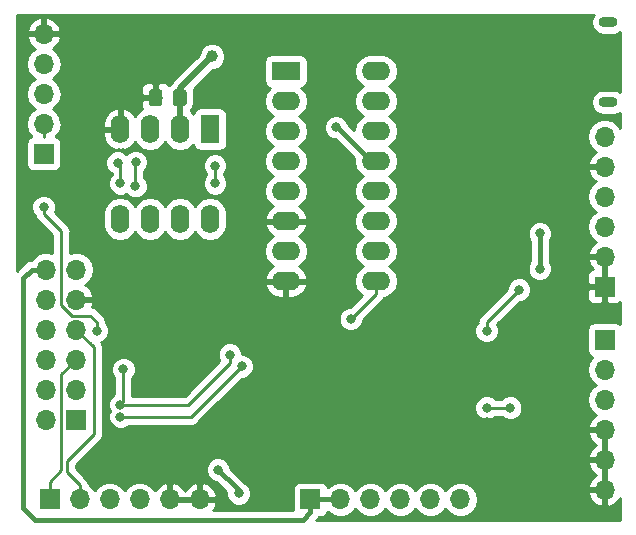
<source format=gbr>
%TF.GenerationSoftware,KiCad,Pcbnew,5.0.0+dfsg1-2*%
%TF.CreationDate,2019-12-09T14:25:11+01:00*%
%TF.ProjectId,pmod2,706D6F64322E6B696361645F70636200,rev?*%
%TF.SameCoordinates,Original*%
%TF.FileFunction,Copper,L2,Bot,Signal*%
%TF.FilePolarity,Positive*%
%FSLAX46Y46*%
G04 Gerber Fmt 4.6, Leading zero omitted, Abs format (unit mm)*
G04 Created by KiCad (PCBNEW 5.0.0+dfsg1-2) date Mon Dec  9 14:25:11 2019*
%MOMM*%
%LPD*%
G01*
G04 APERTURE LIST*
%ADD10C,0.100000*%
%ADD11C,1.150000*%
%ADD12R,1.700000X1.700000*%
%ADD13O,1.700000X1.700000*%
%ADD14R,2.400000X1.600000*%
%ADD15O,2.400000X1.600000*%
%ADD16R,1.600000X2.400000*%
%ADD17O,1.600000X2.400000*%
%ADD18O,1.600000X0.900000*%
%ADD19C,1.000000*%
%ADD20C,0.800000*%
%ADD21C,0.500000*%
%ADD22C,0.250000*%
%ADD23C,0.400000*%
%ADD24C,0.254000*%
G04 APERTURE END LIST*
D10*
G36*
X137574505Y-120801204D02*
X137598773Y-120804804D01*
X137622572Y-120810765D01*
X137645671Y-120819030D01*
X137667850Y-120829520D01*
X137688893Y-120842132D01*
X137708599Y-120856747D01*
X137726777Y-120873223D01*
X137743253Y-120891401D01*
X137757868Y-120911107D01*
X137770480Y-120932150D01*
X137780970Y-120954329D01*
X137789235Y-120977428D01*
X137795196Y-121001227D01*
X137798796Y-121025495D01*
X137800000Y-121049999D01*
X137800000Y-121950001D01*
X137798796Y-121974505D01*
X137795196Y-121998773D01*
X137789235Y-122022572D01*
X137780970Y-122045671D01*
X137770480Y-122067850D01*
X137757868Y-122088893D01*
X137743253Y-122108599D01*
X137726777Y-122126777D01*
X137708599Y-122143253D01*
X137688893Y-122157868D01*
X137667850Y-122170480D01*
X137645671Y-122180970D01*
X137622572Y-122189235D01*
X137598773Y-122195196D01*
X137574505Y-122198796D01*
X137550001Y-122200000D01*
X136899999Y-122200000D01*
X136875495Y-122198796D01*
X136851227Y-122195196D01*
X136827428Y-122189235D01*
X136804329Y-122180970D01*
X136782150Y-122170480D01*
X136761107Y-122157868D01*
X136741401Y-122143253D01*
X136723223Y-122126777D01*
X136706747Y-122108599D01*
X136692132Y-122088893D01*
X136679520Y-122067850D01*
X136669030Y-122045671D01*
X136660765Y-122022572D01*
X136654804Y-121998773D01*
X136651204Y-121974505D01*
X136650000Y-121950001D01*
X136650000Y-121049999D01*
X136651204Y-121025495D01*
X136654804Y-121001227D01*
X136660765Y-120977428D01*
X136669030Y-120954329D01*
X136679520Y-120932150D01*
X136692132Y-120911107D01*
X136706747Y-120891401D01*
X136723223Y-120873223D01*
X136741401Y-120856747D01*
X136761107Y-120842132D01*
X136782150Y-120829520D01*
X136804329Y-120819030D01*
X136827428Y-120810765D01*
X136851227Y-120804804D01*
X136875495Y-120801204D01*
X136899999Y-120800000D01*
X137550001Y-120800000D01*
X137574505Y-120801204D01*
X137574505Y-120801204D01*
G37*
D11*
X137225000Y-121500000D03*
D10*
G36*
X139624505Y-120801204D02*
X139648773Y-120804804D01*
X139672572Y-120810765D01*
X139695671Y-120819030D01*
X139717850Y-120829520D01*
X139738893Y-120842132D01*
X139758599Y-120856747D01*
X139776777Y-120873223D01*
X139793253Y-120891401D01*
X139807868Y-120911107D01*
X139820480Y-120932150D01*
X139830970Y-120954329D01*
X139839235Y-120977428D01*
X139845196Y-121001227D01*
X139848796Y-121025495D01*
X139850000Y-121049999D01*
X139850000Y-121950001D01*
X139848796Y-121974505D01*
X139845196Y-121998773D01*
X139839235Y-122022572D01*
X139830970Y-122045671D01*
X139820480Y-122067850D01*
X139807868Y-122088893D01*
X139793253Y-122108599D01*
X139776777Y-122126777D01*
X139758599Y-122143253D01*
X139738893Y-122157868D01*
X139717850Y-122170480D01*
X139695671Y-122180970D01*
X139672572Y-122189235D01*
X139648773Y-122195196D01*
X139624505Y-122198796D01*
X139600001Y-122200000D01*
X138949999Y-122200000D01*
X138925495Y-122198796D01*
X138901227Y-122195196D01*
X138877428Y-122189235D01*
X138854329Y-122180970D01*
X138832150Y-122170480D01*
X138811107Y-122157868D01*
X138791401Y-122143253D01*
X138773223Y-122126777D01*
X138756747Y-122108599D01*
X138742132Y-122088893D01*
X138729520Y-122067850D01*
X138719030Y-122045671D01*
X138710765Y-122022572D01*
X138704804Y-121998773D01*
X138701204Y-121974505D01*
X138700000Y-121950001D01*
X138700000Y-121049999D01*
X138701204Y-121025495D01*
X138704804Y-121001227D01*
X138710765Y-120977428D01*
X138719030Y-120954329D01*
X138729520Y-120932150D01*
X138742132Y-120911107D01*
X138756747Y-120891401D01*
X138773223Y-120873223D01*
X138791401Y-120856747D01*
X138811107Y-120842132D01*
X138832150Y-120829520D01*
X138854329Y-120819030D01*
X138877428Y-120810765D01*
X138901227Y-120804804D01*
X138925495Y-120801204D01*
X138949999Y-120800000D01*
X139600001Y-120800000D01*
X139624505Y-120801204D01*
X139624505Y-120801204D01*
G37*
D11*
X139275000Y-121500000D03*
D12*
X150327862Y-155515305D03*
D13*
X152867862Y-155515305D03*
X155407862Y-155515305D03*
X157947862Y-155515305D03*
X160487862Y-155515305D03*
X163027862Y-155515305D03*
D12*
X127750000Y-126250000D03*
D13*
X127750000Y-123710000D03*
X127750000Y-121170000D03*
X127750000Y-118630000D03*
X127750000Y-116090000D03*
D12*
X128250000Y-155500000D03*
D13*
X130790000Y-155500000D03*
X133330000Y-155500000D03*
X135870000Y-155500000D03*
X138410000Y-155500000D03*
X140950000Y-155500000D03*
D12*
X175250000Y-137500000D03*
D13*
X175250000Y-134960000D03*
X175250000Y-132420000D03*
X175250000Y-129880000D03*
X175250000Y-127340000D03*
X175250000Y-124800000D03*
X175250000Y-154689415D03*
X175250000Y-152149415D03*
X175250000Y-149609415D03*
X175250000Y-147069415D03*
X175250000Y-144529415D03*
D12*
X175250000Y-141989415D03*
X130500000Y-148750000D03*
D13*
X127960000Y-148750000D03*
X130500000Y-146210000D03*
X127960000Y-146210000D03*
X130500000Y-143670000D03*
X127960000Y-143670000D03*
X130500000Y-141130000D03*
X127960000Y-141130000D03*
X130500000Y-138590000D03*
X127960000Y-138590000D03*
X130500000Y-136050000D03*
X127960000Y-136050000D03*
D14*
X148250000Y-119250000D03*
D15*
X155870000Y-137030000D03*
X148250000Y-121790000D03*
X155870000Y-134490000D03*
X148250000Y-124330000D03*
X155870000Y-131950000D03*
X148250000Y-126870000D03*
X155870000Y-129410000D03*
X148250000Y-129410000D03*
X155870000Y-126870000D03*
X148250000Y-131950000D03*
X155870000Y-124330000D03*
X148250000Y-134490000D03*
X155870000Y-121790000D03*
X148250000Y-137030000D03*
X155870000Y-119250000D03*
D16*
X141836336Y-124164029D03*
D17*
X134216336Y-131784029D03*
X139296336Y-124164029D03*
X136756336Y-131784029D03*
X136756336Y-124164029D03*
X139296336Y-131784029D03*
X134216336Y-124164029D03*
X141836336Y-131784029D03*
D18*
X175550000Y-121900000D03*
X175550000Y-115100000D03*
D19*
X142000000Y-118000000D03*
D20*
X135520000Y-129000000D03*
X135551169Y-126945000D03*
X142500000Y-153000000D03*
X144250000Y-155000000D03*
X169750000Y-133000000D03*
X169750000Y-136000000D03*
X140500000Y-127000000D03*
D19*
X168750000Y-115750000D03*
X167500000Y-126000000D03*
D20*
X143250000Y-135750000D03*
X141250000Y-144000000D03*
X156250000Y-153500000D03*
X159500000Y-153500000D03*
X162500000Y-138500000D03*
X149250000Y-146250000D03*
X165250000Y-149000000D03*
X160750000Y-135000000D03*
X141250000Y-121250000D03*
X160750000Y-123000000D03*
X134250000Y-147500000D03*
X143500000Y-143250000D03*
X132250000Y-141250000D03*
X134500000Y-144500000D03*
X127750000Y-130750000D03*
X153750000Y-140250000D03*
X168000000Y-137750000D03*
X165250000Y-141250000D03*
X134250000Y-148500000D03*
X144500000Y-144250000D03*
X167250000Y-147750000D03*
X165250000Y-147750000D03*
X152500000Y-124000000D03*
X134000000Y-127000000D03*
X134250000Y-128750000D03*
X142250000Y-128750000D03*
X142250000Y-127250000D03*
D21*
X139296336Y-124164029D02*
X139296336Y-120703664D01*
X139296336Y-120703664D02*
X142000000Y-118000000D01*
D22*
X139296336Y-124164029D02*
X139296336Y-124564029D01*
X135500000Y-129000000D02*
X135500000Y-126996169D01*
X135500000Y-126996169D02*
X135551169Y-126945000D01*
D23*
X144250000Y-154750000D02*
X144000000Y-154500000D01*
D22*
X144250000Y-155000000D02*
X144250000Y-154750000D01*
D23*
X142500000Y-153000000D02*
X144000000Y-154500000D01*
X169750000Y-133000000D02*
X169750000Y-135250000D01*
X169750000Y-136000000D02*
X169750000Y-135000000D01*
D22*
X139250000Y-147500000D02*
X139750000Y-147500000D01*
X143500000Y-143250000D02*
X143500000Y-144000000D01*
X143500000Y-144000000D02*
X140000000Y-147500000D01*
X140000000Y-147500000D02*
X139000000Y-147500000D01*
X134250000Y-147500000D02*
X139000000Y-147500000D01*
X139000000Y-147500000D02*
X139250000Y-147500000D01*
X129250000Y-139079002D02*
X130125997Y-139954999D01*
X130125997Y-139954999D02*
X131704999Y-139954999D01*
X131704999Y-139954999D02*
X132250000Y-140500000D01*
X132250000Y-140500000D02*
X132250000Y-141250000D01*
X134500000Y-147250000D02*
X134250000Y-147500000D01*
X134500000Y-144500000D02*
X134500000Y-147250000D01*
X155870000Y-137030000D02*
X155870000Y-138130000D01*
X155870000Y-138130000D02*
X153750000Y-140250000D01*
X168000000Y-137750000D02*
X165250000Y-140500000D01*
X165250000Y-140500000D02*
X165250000Y-141250000D01*
X127750000Y-131315685D02*
X129250000Y-132815685D01*
X127750000Y-130750000D02*
X127750000Y-131315685D01*
X129250000Y-132815685D02*
X129250000Y-133250000D01*
X129250000Y-133250000D02*
X129250000Y-139079002D01*
X127750000Y-124850000D02*
X127750000Y-123750000D01*
X140250000Y-148500000D02*
X144500000Y-144250000D01*
X134250000Y-148500000D02*
X140250000Y-148500000D01*
X167250000Y-147750000D02*
X165250000Y-147750000D01*
D23*
X126757919Y-136050000D02*
X126000000Y-136807919D01*
X127960000Y-136050000D02*
X126757919Y-136050000D01*
X126000000Y-136807919D02*
X126000000Y-155750000D01*
X150327862Y-156615305D02*
X149693167Y-157250000D01*
X150327862Y-155515305D02*
X150327862Y-156615305D01*
X149693167Y-157250000D02*
X142000000Y-157250000D01*
X127500000Y-157250000D02*
X142000000Y-157250000D01*
D22*
X142000000Y-157250000D02*
X143000000Y-157250000D01*
D23*
X151665781Y-155515305D02*
X150327862Y-155515305D01*
X152867862Y-155515305D02*
X151665781Y-155515305D01*
X127500000Y-157250000D02*
X127000000Y-157250000D01*
X126000000Y-156250000D02*
X126000000Y-155750000D01*
X127000000Y-157250000D02*
X126000000Y-156250000D01*
D22*
X128250000Y-154400000D02*
X128250000Y-155500000D01*
X129250000Y-144920000D02*
X129250000Y-146000000D01*
X130500000Y-143670000D02*
X129250000Y-144920000D01*
X128250000Y-154000000D02*
X128250000Y-155500000D01*
X129250000Y-153000000D02*
X128250000Y-154000000D01*
X129250000Y-146000000D02*
X129250000Y-153000000D01*
X130500000Y-141130000D02*
X131750000Y-142380000D01*
X132000000Y-142630000D02*
X130500000Y-141130000D01*
X130790000Y-154297919D02*
X129700009Y-153207928D01*
X130790000Y-155500000D02*
X130790000Y-154297919D01*
X129700010Y-152299990D02*
X132000000Y-150000000D01*
X129700009Y-153207928D02*
X129700010Y-153186400D01*
X129700010Y-153186400D02*
X129700010Y-152299990D01*
X132000000Y-150000000D02*
X132000000Y-142630000D01*
X155870000Y-126870000D02*
X155470000Y-126870000D01*
D23*
X155470000Y-126870000D02*
X152600000Y-124000000D01*
D22*
X152600000Y-124000000D02*
X152500000Y-124000000D01*
X136756336Y-124564029D02*
X136756336Y-124164029D01*
X134250000Y-127250000D02*
X134000000Y-127000000D01*
X134250000Y-128750000D02*
X134250000Y-127250000D01*
X142250000Y-128700000D02*
X142250000Y-127250000D01*
D24*
G36*
X174177953Y-114676654D02*
X174093744Y-115100000D01*
X174177953Y-115523346D01*
X174417759Y-115882241D01*
X174776654Y-116122047D01*
X175093139Y-116185000D01*
X176006861Y-116185000D01*
X176323346Y-116122047D01*
X176540000Y-115977283D01*
X176540000Y-121022717D01*
X176323346Y-120877953D01*
X176006861Y-120815000D01*
X175093139Y-120815000D01*
X174776654Y-120877953D01*
X174417759Y-121117759D01*
X174177953Y-121476654D01*
X174093744Y-121900000D01*
X174177953Y-122323346D01*
X174417759Y-122682241D01*
X174776654Y-122922047D01*
X175093139Y-122985000D01*
X176006861Y-122985000D01*
X176323346Y-122922047D01*
X176540000Y-122777283D01*
X176540000Y-124057693D01*
X176320625Y-123729375D01*
X175829418Y-123401161D01*
X175396256Y-123315000D01*
X175103744Y-123315000D01*
X174670582Y-123401161D01*
X174179375Y-123729375D01*
X173851161Y-124220582D01*
X173735908Y-124800000D01*
X173851161Y-125379418D01*
X174179375Y-125870625D01*
X174498478Y-126083843D01*
X174368642Y-126144817D01*
X173978355Y-126573076D01*
X173808524Y-126983110D01*
X173929845Y-127213000D01*
X175123000Y-127213000D01*
X175123000Y-127193000D01*
X175377000Y-127193000D01*
X175377000Y-127213000D01*
X175397000Y-127213000D01*
X175397000Y-127467000D01*
X175377000Y-127467000D01*
X175377000Y-127487000D01*
X175123000Y-127487000D01*
X175123000Y-127467000D01*
X173929845Y-127467000D01*
X173808524Y-127696890D01*
X173978355Y-128106924D01*
X174368642Y-128535183D01*
X174498478Y-128596157D01*
X174179375Y-128809375D01*
X173851161Y-129300582D01*
X173735908Y-129880000D01*
X173851161Y-130459418D01*
X174179375Y-130950625D01*
X174477761Y-131150000D01*
X174179375Y-131349375D01*
X173851161Y-131840582D01*
X173735908Y-132420000D01*
X173851161Y-132999418D01*
X174179375Y-133490625D01*
X174498478Y-133703843D01*
X174368642Y-133764817D01*
X173978355Y-134193076D01*
X173808524Y-134603110D01*
X173929845Y-134833000D01*
X175123000Y-134833000D01*
X175123000Y-134813000D01*
X175377000Y-134813000D01*
X175377000Y-134833000D01*
X175397000Y-134833000D01*
X175397000Y-135087000D01*
X175377000Y-135087000D01*
X175377000Y-137373000D01*
X175397000Y-137373000D01*
X175397000Y-137627000D01*
X175377000Y-137627000D01*
X175377000Y-138826250D01*
X175535750Y-138985000D01*
X176226309Y-138985000D01*
X176459698Y-138888327D01*
X176540001Y-138808025D01*
X176540001Y-140669707D01*
X176347765Y-140541258D01*
X176100000Y-140491975D01*
X174400000Y-140491975D01*
X174152235Y-140541258D01*
X173942191Y-140681606D01*
X173801843Y-140891650D01*
X173752560Y-141139415D01*
X173752560Y-142839415D01*
X173801843Y-143087180D01*
X173942191Y-143297224D01*
X174152235Y-143437572D01*
X174197619Y-143446599D01*
X174179375Y-143458790D01*
X173851161Y-143949997D01*
X173735908Y-144529415D01*
X173851161Y-145108833D01*
X174179375Y-145600040D01*
X174477761Y-145799415D01*
X174179375Y-145998790D01*
X173851161Y-146489997D01*
X173735908Y-147069415D01*
X173851161Y-147648833D01*
X174179375Y-148140040D01*
X174498478Y-148353258D01*
X174368642Y-148414232D01*
X173978355Y-148842491D01*
X173808524Y-149252525D01*
X173929845Y-149482415D01*
X175123000Y-149482415D01*
X175123000Y-149462415D01*
X175377000Y-149462415D01*
X175377000Y-149482415D01*
X175397000Y-149482415D01*
X175397000Y-149736415D01*
X175377000Y-149736415D01*
X175377000Y-152022415D01*
X175397000Y-152022415D01*
X175397000Y-152276415D01*
X175377000Y-152276415D01*
X175377000Y-154562415D01*
X175397000Y-154562415D01*
X175397000Y-154816415D01*
X175377000Y-154816415D01*
X175377000Y-156010234D01*
X175606892Y-156130901D01*
X176131358Y-155884598D01*
X176521645Y-155456339D01*
X176540001Y-155412021D01*
X176540001Y-157290000D01*
X150834036Y-157290000D01*
X150860147Y-157263889D01*
X150929863Y-157217306D01*
X151066546Y-157012745D01*
X151177862Y-157012745D01*
X151425627Y-156963462D01*
X151635671Y-156823114D01*
X151776019Y-156613070D01*
X151785046Y-156567686D01*
X151797237Y-156585930D01*
X152288444Y-156914144D01*
X152721606Y-157000305D01*
X153014118Y-157000305D01*
X153447280Y-156914144D01*
X153938487Y-156585930D01*
X154137862Y-156287544D01*
X154337237Y-156585930D01*
X154828444Y-156914144D01*
X155261606Y-157000305D01*
X155554118Y-157000305D01*
X155987280Y-156914144D01*
X156478487Y-156585930D01*
X156677862Y-156287544D01*
X156877237Y-156585930D01*
X157368444Y-156914144D01*
X157801606Y-157000305D01*
X158094118Y-157000305D01*
X158527280Y-156914144D01*
X159018487Y-156585930D01*
X159217862Y-156287544D01*
X159417237Y-156585930D01*
X159908444Y-156914144D01*
X160341606Y-157000305D01*
X160634118Y-157000305D01*
X161067280Y-156914144D01*
X161558487Y-156585930D01*
X161757862Y-156287544D01*
X161957237Y-156585930D01*
X162448444Y-156914144D01*
X162881606Y-157000305D01*
X163174118Y-157000305D01*
X163607280Y-156914144D01*
X164098487Y-156585930D01*
X164426701Y-156094723D01*
X164541954Y-155515305D01*
X164448665Y-155046305D01*
X173808524Y-155046305D01*
X173978355Y-155456339D01*
X174368642Y-155884598D01*
X174893108Y-156130901D01*
X175123000Y-156010234D01*
X175123000Y-154816415D01*
X173929845Y-154816415D01*
X173808524Y-155046305D01*
X164448665Y-155046305D01*
X164426701Y-154935887D01*
X164098487Y-154444680D01*
X163607280Y-154116466D01*
X163174118Y-154030305D01*
X162881606Y-154030305D01*
X162448444Y-154116466D01*
X161957237Y-154444680D01*
X161757862Y-154743066D01*
X161558487Y-154444680D01*
X161067280Y-154116466D01*
X160634118Y-154030305D01*
X160341606Y-154030305D01*
X159908444Y-154116466D01*
X159417237Y-154444680D01*
X159217862Y-154743066D01*
X159018487Y-154444680D01*
X158527280Y-154116466D01*
X158094118Y-154030305D01*
X157801606Y-154030305D01*
X157368444Y-154116466D01*
X156877237Y-154444680D01*
X156677862Y-154743066D01*
X156478487Y-154444680D01*
X155987280Y-154116466D01*
X155554118Y-154030305D01*
X155261606Y-154030305D01*
X154828444Y-154116466D01*
X154337237Y-154444680D01*
X154137862Y-154743066D01*
X153938487Y-154444680D01*
X153447280Y-154116466D01*
X153014118Y-154030305D01*
X152721606Y-154030305D01*
X152288444Y-154116466D01*
X151797237Y-154444680D01*
X151785046Y-154462924D01*
X151776019Y-154417540D01*
X151635671Y-154207496D01*
X151425627Y-154067148D01*
X151177862Y-154017865D01*
X149477862Y-154017865D01*
X149230097Y-154067148D01*
X149020053Y-154207496D01*
X148879705Y-154417540D01*
X148830422Y-154665305D01*
X148830422Y-156365305D01*
X148840307Y-156415000D01*
X142108268Y-156415000D01*
X142145183Y-156381358D01*
X142391486Y-155856892D01*
X142270819Y-155627000D01*
X141077000Y-155627000D01*
X141077000Y-155647000D01*
X140823000Y-155647000D01*
X140823000Y-155627000D01*
X138537000Y-155627000D01*
X138537000Y-155647000D01*
X138283000Y-155647000D01*
X138283000Y-155627000D01*
X138263000Y-155627000D01*
X138263000Y-155373000D01*
X138283000Y-155373000D01*
X138283000Y-154179845D01*
X138537000Y-154179845D01*
X138537000Y-155373000D01*
X140823000Y-155373000D01*
X140823000Y-154179845D01*
X141077000Y-154179845D01*
X141077000Y-155373000D01*
X142270819Y-155373000D01*
X142391486Y-155143108D01*
X142145183Y-154618642D01*
X141716924Y-154228355D01*
X141306890Y-154058524D01*
X141077000Y-154179845D01*
X140823000Y-154179845D01*
X140593110Y-154058524D01*
X140183076Y-154228355D01*
X139754817Y-154618642D01*
X139680000Y-154777954D01*
X139605183Y-154618642D01*
X139176924Y-154228355D01*
X138766890Y-154058524D01*
X138537000Y-154179845D01*
X138283000Y-154179845D01*
X138053110Y-154058524D01*
X137643076Y-154228355D01*
X137214817Y-154618642D01*
X137153843Y-154748478D01*
X136940625Y-154429375D01*
X136449418Y-154101161D01*
X136016256Y-154015000D01*
X135723744Y-154015000D01*
X135290582Y-154101161D01*
X134799375Y-154429375D01*
X134600000Y-154727761D01*
X134400625Y-154429375D01*
X133909418Y-154101161D01*
X133476256Y-154015000D01*
X133183744Y-154015000D01*
X132750582Y-154101161D01*
X132259375Y-154429375D01*
X132060000Y-154727761D01*
X131860625Y-154429375D01*
X131549714Y-154221631D01*
X131505904Y-154001382D01*
X131337929Y-153749990D01*
X131274473Y-153707590D01*
X130460010Y-152893128D01*
X130460010Y-152794126D01*
X141465000Y-152794126D01*
X141465000Y-153205874D01*
X141622569Y-153586280D01*
X141913720Y-153877431D01*
X142294126Y-154035000D01*
X142354132Y-154035000D01*
X143215000Y-154895869D01*
X143215000Y-155205874D01*
X143372569Y-155586280D01*
X143663720Y-155877431D01*
X144044126Y-156035000D01*
X144455874Y-156035000D01*
X144836280Y-155877431D01*
X145127431Y-155586280D01*
X145285000Y-155205874D01*
X145285000Y-154794126D01*
X145127431Y-154413720D01*
X144836280Y-154122569D01*
X144780213Y-154099345D01*
X144648587Y-153967720D01*
X144648584Y-153967715D01*
X143535000Y-152854132D01*
X143535000Y-152794126D01*
X143415781Y-152506305D01*
X173808524Y-152506305D01*
X173978355Y-152916339D01*
X174368642Y-153344598D01*
X174527954Y-153419415D01*
X174368642Y-153494232D01*
X173978355Y-153922491D01*
X173808524Y-154332525D01*
X173929845Y-154562415D01*
X175123000Y-154562415D01*
X175123000Y-152276415D01*
X173929845Y-152276415D01*
X173808524Y-152506305D01*
X143415781Y-152506305D01*
X143377431Y-152413720D01*
X143086280Y-152122569D01*
X142705874Y-151965000D01*
X142294126Y-151965000D01*
X141913720Y-152122569D01*
X141622569Y-152413720D01*
X141465000Y-152794126D01*
X130460010Y-152794126D01*
X130460010Y-152614791D01*
X132484473Y-150590329D01*
X132547929Y-150547929D01*
X132715904Y-150296537D01*
X132760000Y-150074852D01*
X132760000Y-150074848D01*
X132774888Y-150000001D01*
X132768186Y-149966305D01*
X173808524Y-149966305D01*
X173978355Y-150376339D01*
X174368642Y-150804598D01*
X174527954Y-150879415D01*
X174368642Y-150954232D01*
X173978355Y-151382491D01*
X173808524Y-151792525D01*
X173929845Y-152022415D01*
X175123000Y-152022415D01*
X175123000Y-149736415D01*
X173929845Y-149736415D01*
X173808524Y-149966305D01*
X132768186Y-149966305D01*
X132760000Y-149925154D01*
X132760000Y-147294126D01*
X133215000Y-147294126D01*
X133215000Y-147705874D01*
X133336831Y-148000000D01*
X133215000Y-148294126D01*
X133215000Y-148705874D01*
X133372569Y-149086280D01*
X133663720Y-149377431D01*
X134044126Y-149535000D01*
X134455874Y-149535000D01*
X134836280Y-149377431D01*
X134953711Y-149260000D01*
X140175153Y-149260000D01*
X140250000Y-149274888D01*
X140324847Y-149260000D01*
X140324852Y-149260000D01*
X140546537Y-149215904D01*
X140797929Y-149047929D01*
X140840331Y-148984470D01*
X142280675Y-147544126D01*
X164215000Y-147544126D01*
X164215000Y-147955874D01*
X164372569Y-148336280D01*
X164663720Y-148627431D01*
X165044126Y-148785000D01*
X165455874Y-148785000D01*
X165836280Y-148627431D01*
X165953711Y-148510000D01*
X166546289Y-148510000D01*
X166663720Y-148627431D01*
X167044126Y-148785000D01*
X167455874Y-148785000D01*
X167836280Y-148627431D01*
X168127431Y-148336280D01*
X168285000Y-147955874D01*
X168285000Y-147544126D01*
X168127431Y-147163720D01*
X167836280Y-146872569D01*
X167455874Y-146715000D01*
X167044126Y-146715000D01*
X166663720Y-146872569D01*
X166546289Y-146990000D01*
X165953711Y-146990000D01*
X165836280Y-146872569D01*
X165455874Y-146715000D01*
X165044126Y-146715000D01*
X164663720Y-146872569D01*
X164372569Y-147163720D01*
X164215000Y-147544126D01*
X142280675Y-147544126D01*
X144539802Y-145285000D01*
X144705874Y-145285000D01*
X145086280Y-145127431D01*
X145377431Y-144836280D01*
X145535000Y-144455874D01*
X145535000Y-144044126D01*
X145377431Y-143663720D01*
X145086280Y-143372569D01*
X144705874Y-143215000D01*
X144535000Y-143215000D01*
X144535000Y-143044126D01*
X144377431Y-142663720D01*
X144086280Y-142372569D01*
X143705874Y-142215000D01*
X143294126Y-142215000D01*
X142913720Y-142372569D01*
X142622569Y-142663720D01*
X142465000Y-143044126D01*
X142465000Y-143455874D01*
X142612713Y-143812485D01*
X139685199Y-146740000D01*
X135260000Y-146740000D01*
X135260000Y-145203711D01*
X135377431Y-145086280D01*
X135535000Y-144705874D01*
X135535000Y-144294126D01*
X135377431Y-143913720D01*
X135086280Y-143622569D01*
X134705874Y-143465000D01*
X134294126Y-143465000D01*
X133913720Y-143622569D01*
X133622569Y-143913720D01*
X133465000Y-144294126D01*
X133465000Y-144705874D01*
X133622569Y-145086280D01*
X133740000Y-145203711D01*
X133740001Y-146590973D01*
X133663720Y-146622569D01*
X133372569Y-146913720D01*
X133215000Y-147294126D01*
X132760000Y-147294126D01*
X132760000Y-142704846D01*
X132774888Y-142629999D01*
X132760000Y-142555152D01*
X132760000Y-142555148D01*
X132715904Y-142333463D01*
X132674102Y-142270902D01*
X132634174Y-142211146D01*
X132836280Y-142127431D01*
X133127431Y-141836280D01*
X133285000Y-141455874D01*
X133285000Y-141044126D01*
X133127431Y-140663720D01*
X133014738Y-140551027D01*
X133024888Y-140500000D01*
X133010000Y-140425152D01*
X133010000Y-140425148D01*
X132965904Y-140203463D01*
X132965904Y-140203462D01*
X132840329Y-140015527D01*
X132797929Y-139952071D01*
X132734473Y-139909671D01*
X132295330Y-139470529D01*
X132252928Y-139407070D01*
X132001536Y-139239095D01*
X131834232Y-139205816D01*
X131941476Y-138946890D01*
X131820155Y-138717000D01*
X130627000Y-138717000D01*
X130627000Y-138737000D01*
X130373000Y-138737000D01*
X130373000Y-138717000D01*
X130353000Y-138717000D01*
X130353000Y-138463000D01*
X130373000Y-138463000D01*
X130373000Y-138443000D01*
X130627000Y-138443000D01*
X130627000Y-138463000D01*
X131820155Y-138463000D01*
X131941476Y-138233110D01*
X131771645Y-137823076D01*
X131381358Y-137394817D01*
X131347761Y-137379039D01*
X146458096Y-137379039D01*
X146475633Y-137461819D01*
X146745500Y-137954896D01*
X147183517Y-138307166D01*
X147723000Y-138465000D01*
X148123000Y-138465000D01*
X148123000Y-137157000D01*
X148377000Y-137157000D01*
X148377000Y-138465000D01*
X148777000Y-138465000D01*
X149316483Y-138307166D01*
X149754500Y-137954896D01*
X150024367Y-137461819D01*
X150041904Y-137379039D01*
X149919915Y-137157000D01*
X148377000Y-137157000D01*
X148123000Y-137157000D01*
X146580085Y-137157000D01*
X146458096Y-137379039D01*
X131347761Y-137379039D01*
X131251522Y-137333843D01*
X131570625Y-137120625D01*
X131898839Y-136629418D01*
X132014092Y-136050000D01*
X131898839Y-135470582D01*
X131570625Y-134979375D01*
X131079418Y-134651161D01*
X130646256Y-134565000D01*
X130353744Y-134565000D01*
X130010000Y-134633375D01*
X130010000Y-134490000D01*
X146386887Y-134490000D01*
X146498260Y-135049909D01*
X146815423Y-135524577D01*
X147171499Y-135762499D01*
X146745500Y-136105104D01*
X146475633Y-136598181D01*
X146458096Y-136680961D01*
X146580085Y-136903000D01*
X148123000Y-136903000D01*
X148123000Y-136883000D01*
X148377000Y-136883000D01*
X148377000Y-136903000D01*
X149919915Y-136903000D01*
X150041904Y-136680961D01*
X150024367Y-136598181D01*
X149754500Y-136105104D01*
X149328501Y-135762499D01*
X149684577Y-135524577D01*
X150001740Y-135049909D01*
X150113113Y-134490000D01*
X150001740Y-133930091D01*
X149684577Y-133455423D01*
X149328501Y-133217501D01*
X149754500Y-132874896D01*
X150024367Y-132381819D01*
X150041904Y-132299039D01*
X149919915Y-132077000D01*
X148377000Y-132077000D01*
X148377000Y-132097000D01*
X148123000Y-132097000D01*
X148123000Y-132077000D01*
X146580085Y-132077000D01*
X146458096Y-132299039D01*
X146475633Y-132381819D01*
X146745500Y-132874896D01*
X147171499Y-133217501D01*
X146815423Y-133455423D01*
X146498260Y-133930091D01*
X146386887Y-134490000D01*
X130010000Y-134490000D01*
X130010000Y-132890531D01*
X130024888Y-132815684D01*
X130010000Y-132740837D01*
X130010000Y-132740833D01*
X129965904Y-132519148D01*
X129924102Y-132456587D01*
X129840329Y-132331211D01*
X129840327Y-132331209D01*
X129797929Y-132267756D01*
X129734476Y-132225358D01*
X128751814Y-131242696D01*
X132781336Y-131242696D01*
X132781336Y-132325361D01*
X132864596Y-132743937D01*
X133181759Y-133218605D01*
X133656427Y-133535769D01*
X134216336Y-133647142D01*
X134776244Y-133535769D01*
X135250912Y-133218606D01*
X135486336Y-132866270D01*
X135721759Y-133218605D01*
X136196427Y-133535769D01*
X136756336Y-133647142D01*
X137316244Y-133535769D01*
X137790912Y-133218606D01*
X138026336Y-132866270D01*
X138261759Y-133218605D01*
X138736427Y-133535769D01*
X139296336Y-133647142D01*
X139856244Y-133535769D01*
X140330912Y-133218606D01*
X140566336Y-132866270D01*
X140801759Y-133218605D01*
X141276427Y-133535769D01*
X141836336Y-133647142D01*
X142396244Y-133535769D01*
X142870912Y-133218606D01*
X143188076Y-132743938D01*
X143271336Y-132325362D01*
X143271336Y-131242697D01*
X143188076Y-130824120D01*
X142870913Y-130349452D01*
X142396245Y-130032289D01*
X141836336Y-129920916D01*
X141276428Y-130032289D01*
X140801760Y-130349452D01*
X140566336Y-130701788D01*
X140330913Y-130349452D01*
X139856245Y-130032289D01*
X139296336Y-129920916D01*
X138736428Y-130032289D01*
X138261760Y-130349452D01*
X138026336Y-130701788D01*
X137790913Y-130349452D01*
X137316245Y-130032289D01*
X136756336Y-129920916D01*
X136196428Y-130032289D01*
X135721760Y-130349452D01*
X135486336Y-130701788D01*
X135250913Y-130349452D01*
X134776245Y-130032289D01*
X134216336Y-129920916D01*
X133656428Y-130032289D01*
X133181760Y-130349452D01*
X132864596Y-130824120D01*
X132781336Y-131242696D01*
X128751814Y-131242696D01*
X128691272Y-131182155D01*
X128785000Y-130955874D01*
X128785000Y-130544126D01*
X128627431Y-130163720D01*
X128336280Y-129872569D01*
X127955874Y-129715000D01*
X127544126Y-129715000D01*
X127163720Y-129872569D01*
X126872569Y-130163720D01*
X126715000Y-130544126D01*
X126715000Y-130955874D01*
X126872569Y-131336280D01*
X127005686Y-131469397D01*
X127034096Y-131612222D01*
X127202072Y-131863614D01*
X127265528Y-131906014D01*
X128490000Y-133130488D01*
X128490000Y-134641331D01*
X128106256Y-134565000D01*
X127813744Y-134565000D01*
X127380582Y-134651161D01*
X126889375Y-134979375D01*
X126740557Y-135202096D01*
X126675685Y-135215000D01*
X126675682Y-135215000D01*
X126432118Y-135263448D01*
X126155918Y-135447999D01*
X126109335Y-135517715D01*
X125467719Y-136159332D01*
X125460000Y-136164490D01*
X125460000Y-118630000D01*
X126235908Y-118630000D01*
X126351161Y-119209418D01*
X126679375Y-119700625D01*
X126977761Y-119900000D01*
X126679375Y-120099375D01*
X126351161Y-120590582D01*
X126235908Y-121170000D01*
X126351161Y-121749418D01*
X126679375Y-122240625D01*
X126977761Y-122440000D01*
X126679375Y-122639375D01*
X126351161Y-123130582D01*
X126235908Y-123710000D01*
X126351161Y-124289418D01*
X126679375Y-124780625D01*
X126697619Y-124792816D01*
X126652235Y-124801843D01*
X126442191Y-124942191D01*
X126301843Y-125152235D01*
X126252560Y-125400000D01*
X126252560Y-127100000D01*
X126301843Y-127347765D01*
X126442191Y-127557809D01*
X126652235Y-127698157D01*
X126900000Y-127747440D01*
X128600000Y-127747440D01*
X128847765Y-127698157D01*
X129057809Y-127557809D01*
X129198157Y-127347765D01*
X129247440Y-127100000D01*
X129247440Y-125400000D01*
X129198157Y-125152235D01*
X129057809Y-124942191D01*
X128847765Y-124801843D01*
X128802381Y-124792816D01*
X128820625Y-124780625D01*
X129147762Y-124291029D01*
X132781336Y-124291029D01*
X132781336Y-124691029D01*
X132939170Y-125230512D01*
X133291440Y-125668529D01*
X133784517Y-125938396D01*
X133867297Y-125955933D01*
X134089334Y-125833945D01*
X134089334Y-125965000D01*
X133794126Y-125965000D01*
X133413720Y-126122569D01*
X133122569Y-126413720D01*
X132965000Y-126794126D01*
X132965000Y-127205874D01*
X133122569Y-127586280D01*
X133413720Y-127877431D01*
X133490001Y-127909027D01*
X133490000Y-128046289D01*
X133372569Y-128163720D01*
X133215000Y-128544126D01*
X133215000Y-128955874D01*
X133372569Y-129336280D01*
X133663720Y-129627431D01*
X134044126Y-129785000D01*
X134455874Y-129785000D01*
X134728404Y-129672115D01*
X134933720Y-129877431D01*
X135314126Y-130035000D01*
X135725874Y-130035000D01*
X136106280Y-129877431D01*
X136397431Y-129586280D01*
X136555000Y-129205874D01*
X136555000Y-128794126D01*
X136397431Y-128413720D01*
X136260000Y-128276289D01*
X136260000Y-127699880D01*
X136428600Y-127531280D01*
X136586169Y-127150874D01*
X136586169Y-127044126D01*
X141215000Y-127044126D01*
X141215000Y-127455874D01*
X141372569Y-127836280D01*
X141490001Y-127953712D01*
X141490000Y-128046289D01*
X141372569Y-128163720D01*
X141215000Y-128544126D01*
X141215000Y-128955874D01*
X141372569Y-129336280D01*
X141663720Y-129627431D01*
X142044126Y-129785000D01*
X142455874Y-129785000D01*
X142836280Y-129627431D01*
X143127431Y-129336280D01*
X143285000Y-128955874D01*
X143285000Y-128544126D01*
X143127431Y-128163720D01*
X143010000Y-128046289D01*
X143010000Y-127953711D01*
X143127431Y-127836280D01*
X143285000Y-127455874D01*
X143285000Y-127044126D01*
X143127431Y-126663720D01*
X142836280Y-126372569D01*
X142455874Y-126215000D01*
X142044126Y-126215000D01*
X141663720Y-126372569D01*
X141372569Y-126663720D01*
X141215000Y-127044126D01*
X136586169Y-127044126D01*
X136586169Y-126739126D01*
X136428600Y-126358720D01*
X136137449Y-126067569D01*
X135757043Y-125910000D01*
X135345295Y-125910000D01*
X134964889Y-126067569D01*
X134748085Y-126284374D01*
X134586280Y-126122569D01*
X134288027Y-125999029D01*
X134343338Y-125999029D01*
X134343338Y-125833945D01*
X134565375Y-125955933D01*
X134648155Y-125938396D01*
X135141232Y-125668529D01*
X135483837Y-125242530D01*
X135721759Y-125598605D01*
X136196427Y-125915769D01*
X136756336Y-126027142D01*
X137316244Y-125915769D01*
X137790912Y-125598606D01*
X138026336Y-125246270D01*
X138261759Y-125598605D01*
X138736427Y-125915769D01*
X139296336Y-126027142D01*
X139856244Y-125915769D01*
X140330912Y-125598606D01*
X140411551Y-125477922D01*
X140438179Y-125611794D01*
X140578527Y-125821838D01*
X140788571Y-125962186D01*
X141036336Y-126011469D01*
X142636336Y-126011469D01*
X142884101Y-125962186D01*
X143094145Y-125821838D01*
X143234493Y-125611794D01*
X143283776Y-125364029D01*
X143283776Y-122964029D01*
X143234493Y-122716264D01*
X143094145Y-122506220D01*
X142884101Y-122365872D01*
X142636336Y-122316589D01*
X141036336Y-122316589D01*
X140788571Y-122365872D01*
X140578527Y-122506220D01*
X140438179Y-122716264D01*
X140411551Y-122850135D01*
X140330913Y-122729452D01*
X140181336Y-122629508D01*
X140181336Y-122620167D01*
X140234586Y-122584586D01*
X140429127Y-122293436D01*
X140497440Y-121950001D01*
X140497440Y-121790000D01*
X146386887Y-121790000D01*
X146498260Y-122349909D01*
X146815423Y-122824577D01*
X147167758Y-123060000D01*
X146815423Y-123295423D01*
X146498260Y-123770091D01*
X146386887Y-124330000D01*
X146498260Y-124889909D01*
X146815423Y-125364577D01*
X147167758Y-125600000D01*
X146815423Y-125835423D01*
X146498260Y-126310091D01*
X146386887Y-126870000D01*
X146498260Y-127429909D01*
X146815423Y-127904577D01*
X147167758Y-128140000D01*
X146815423Y-128375423D01*
X146498260Y-128850091D01*
X146386887Y-129410000D01*
X146498260Y-129969909D01*
X146815423Y-130444577D01*
X147171499Y-130682499D01*
X146745500Y-131025104D01*
X146475633Y-131518181D01*
X146458096Y-131600961D01*
X146580085Y-131823000D01*
X148123000Y-131823000D01*
X148123000Y-131803000D01*
X148377000Y-131803000D01*
X148377000Y-131823000D01*
X149919915Y-131823000D01*
X150041904Y-131600961D01*
X150024367Y-131518181D01*
X149754500Y-131025104D01*
X149328501Y-130682499D01*
X149684577Y-130444577D01*
X150001740Y-129969909D01*
X150113113Y-129410000D01*
X150001740Y-128850091D01*
X149684577Y-128375423D01*
X149332242Y-128140000D01*
X149684577Y-127904577D01*
X150001740Y-127429909D01*
X150113113Y-126870000D01*
X150001740Y-126310091D01*
X149684577Y-125835423D01*
X149332242Y-125600000D01*
X149684577Y-125364577D01*
X150001740Y-124889909D01*
X150113113Y-124330000D01*
X150006521Y-123794126D01*
X151465000Y-123794126D01*
X151465000Y-124205874D01*
X151622569Y-124586280D01*
X151913720Y-124877431D01*
X152294126Y-125035000D01*
X152454133Y-125035000D01*
X154053715Y-126634582D01*
X154006887Y-126870000D01*
X154118260Y-127429909D01*
X154435423Y-127904577D01*
X154787758Y-128140000D01*
X154435423Y-128375423D01*
X154118260Y-128850091D01*
X154006887Y-129410000D01*
X154118260Y-129969909D01*
X154435423Y-130444577D01*
X154787758Y-130680000D01*
X154435423Y-130915423D01*
X154118260Y-131390091D01*
X154006887Y-131950000D01*
X154118260Y-132509909D01*
X154435423Y-132984577D01*
X154787758Y-133220000D01*
X154435423Y-133455423D01*
X154118260Y-133930091D01*
X154006887Y-134490000D01*
X154118260Y-135049909D01*
X154435423Y-135524577D01*
X154787758Y-135760000D01*
X154435423Y-135995423D01*
X154118260Y-136470091D01*
X154006887Y-137030000D01*
X154118260Y-137589909D01*
X154435423Y-138064577D01*
X154690311Y-138234888D01*
X153710199Y-139215000D01*
X153544126Y-139215000D01*
X153163720Y-139372569D01*
X152872569Y-139663720D01*
X152715000Y-140044126D01*
X152715000Y-140455874D01*
X152872569Y-140836280D01*
X153163720Y-141127431D01*
X153544126Y-141285000D01*
X153955874Y-141285000D01*
X154336280Y-141127431D01*
X154419585Y-141044126D01*
X164215000Y-141044126D01*
X164215000Y-141455874D01*
X164372569Y-141836280D01*
X164663720Y-142127431D01*
X165044126Y-142285000D01*
X165455874Y-142285000D01*
X165836280Y-142127431D01*
X166127431Y-141836280D01*
X166285000Y-141455874D01*
X166285000Y-141044126D01*
X166137287Y-140687514D01*
X168039803Y-138785000D01*
X168205874Y-138785000D01*
X168586280Y-138627431D01*
X168877431Y-138336280D01*
X169035000Y-137955874D01*
X169035000Y-137785750D01*
X173765000Y-137785750D01*
X173765000Y-138476310D01*
X173861673Y-138709699D01*
X174040302Y-138888327D01*
X174273691Y-138985000D01*
X174964250Y-138985000D01*
X175123000Y-138826250D01*
X175123000Y-137627000D01*
X173923750Y-137627000D01*
X173765000Y-137785750D01*
X169035000Y-137785750D01*
X169035000Y-137544126D01*
X168877431Y-137163720D01*
X168586280Y-136872569D01*
X168205874Y-136715000D01*
X167794126Y-136715000D01*
X167413720Y-136872569D01*
X167122569Y-137163720D01*
X166965000Y-137544126D01*
X166965000Y-137710197D01*
X164765530Y-139909669D01*
X164702071Y-139952071D01*
X164534096Y-140203464D01*
X164490000Y-140425149D01*
X164490000Y-140425153D01*
X164475112Y-140500000D01*
X164485262Y-140551027D01*
X164372569Y-140663720D01*
X164215000Y-141044126D01*
X154419585Y-141044126D01*
X154627431Y-140836280D01*
X154785000Y-140455874D01*
X154785000Y-140289801D01*
X156354473Y-138720329D01*
X156417929Y-138677929D01*
X156560204Y-138465000D01*
X156583024Y-138430849D01*
X156829909Y-138381740D01*
X157304577Y-138064577D01*
X157621740Y-137589909D01*
X157733113Y-137030000D01*
X157621740Y-136470091D01*
X157304577Y-135995423D01*
X156952242Y-135760000D01*
X157304577Y-135524577D01*
X157621740Y-135049909D01*
X157733113Y-134490000D01*
X157621740Y-133930091D01*
X157304577Y-133455423D01*
X156952242Y-133220000D01*
X157304577Y-132984577D01*
X157431832Y-132794126D01*
X168715000Y-132794126D01*
X168715000Y-133205874D01*
X168872569Y-133586280D01*
X168915000Y-133628711D01*
X168915001Y-134917763D01*
X168915001Y-135371288D01*
X168872569Y-135413720D01*
X168715000Y-135794126D01*
X168715000Y-136205874D01*
X168872569Y-136586280D01*
X169163720Y-136877431D01*
X169544126Y-137035000D01*
X169955874Y-137035000D01*
X170336280Y-136877431D01*
X170627431Y-136586280D01*
X170653356Y-136523690D01*
X173765000Y-136523690D01*
X173765000Y-137214250D01*
X173923750Y-137373000D01*
X175123000Y-137373000D01*
X175123000Y-135087000D01*
X173929845Y-135087000D01*
X173808524Y-135316890D01*
X173978355Y-135726924D01*
X174249878Y-136024864D01*
X174040302Y-136111673D01*
X173861673Y-136290301D01*
X173765000Y-136523690D01*
X170653356Y-136523690D01*
X170785000Y-136205874D01*
X170785000Y-135794126D01*
X170627431Y-135413720D01*
X170585000Y-135371289D01*
X170585000Y-133628711D01*
X170627431Y-133586280D01*
X170785000Y-133205874D01*
X170785000Y-132794126D01*
X170627431Y-132413720D01*
X170336280Y-132122569D01*
X169955874Y-131965000D01*
X169544126Y-131965000D01*
X169163720Y-132122569D01*
X168872569Y-132413720D01*
X168715000Y-132794126D01*
X157431832Y-132794126D01*
X157621740Y-132509909D01*
X157733113Y-131950000D01*
X157621740Y-131390091D01*
X157304577Y-130915423D01*
X156952242Y-130680000D01*
X157304577Y-130444577D01*
X157621740Y-129969909D01*
X157733113Y-129410000D01*
X157621740Y-128850091D01*
X157304577Y-128375423D01*
X156952242Y-128140000D01*
X157304577Y-127904577D01*
X157621740Y-127429909D01*
X157733113Y-126870000D01*
X157621740Y-126310091D01*
X157304577Y-125835423D01*
X156952242Y-125600000D01*
X157304577Y-125364577D01*
X157621740Y-124889909D01*
X157733113Y-124330000D01*
X157621740Y-123770091D01*
X157304577Y-123295423D01*
X156952242Y-123060000D01*
X157304577Y-122824577D01*
X157621740Y-122349909D01*
X157733113Y-121790000D01*
X157621740Y-121230091D01*
X157304577Y-120755423D01*
X156952242Y-120520000D01*
X157304577Y-120284577D01*
X157621740Y-119809909D01*
X157733113Y-119250000D01*
X157621740Y-118690091D01*
X157304577Y-118215423D01*
X156829909Y-117898260D01*
X156411333Y-117815000D01*
X155328667Y-117815000D01*
X154910091Y-117898260D01*
X154435423Y-118215423D01*
X154118260Y-118690091D01*
X154006887Y-119250000D01*
X154118260Y-119809909D01*
X154435423Y-120284577D01*
X154787758Y-120520000D01*
X154435423Y-120755423D01*
X154118260Y-121230091D01*
X154006887Y-121790000D01*
X154118260Y-122349909D01*
X154435423Y-122824577D01*
X154787758Y-123060000D01*
X154435423Y-123295423D01*
X154118260Y-123770091D01*
X154024138Y-124243271D01*
X153506721Y-123725854D01*
X153377431Y-123413720D01*
X153086280Y-123122569D01*
X152705874Y-122965000D01*
X152294126Y-122965000D01*
X151913720Y-123122569D01*
X151622569Y-123413720D01*
X151465000Y-123794126D01*
X150006521Y-123794126D01*
X150001740Y-123770091D01*
X149684577Y-123295423D01*
X149332242Y-123060000D01*
X149684577Y-122824577D01*
X150001740Y-122349909D01*
X150113113Y-121790000D01*
X150001740Y-121230091D01*
X149684577Y-120755423D01*
X149563894Y-120674785D01*
X149697765Y-120648157D01*
X149907809Y-120507809D01*
X150048157Y-120297765D01*
X150097440Y-120050000D01*
X150097440Y-118450000D01*
X150048157Y-118202235D01*
X149907809Y-117992191D01*
X149697765Y-117851843D01*
X149450000Y-117802560D01*
X147050000Y-117802560D01*
X146802235Y-117851843D01*
X146592191Y-117992191D01*
X146451843Y-118202235D01*
X146402560Y-118450000D01*
X146402560Y-120050000D01*
X146451843Y-120297765D01*
X146592191Y-120507809D01*
X146802235Y-120648157D01*
X146936106Y-120674785D01*
X146815423Y-120755423D01*
X146498260Y-121230091D01*
X146386887Y-121790000D01*
X140497440Y-121790000D01*
X140497440Y-121049999D01*
X140448354Y-120803224D01*
X142116579Y-119135000D01*
X142225766Y-119135000D01*
X142642926Y-118962207D01*
X142962207Y-118642926D01*
X143135000Y-118225766D01*
X143135000Y-117774234D01*
X142962207Y-117357074D01*
X142642926Y-117037793D01*
X142225766Y-116865000D01*
X141774234Y-116865000D01*
X141357074Y-117037793D01*
X141037793Y-117357074D01*
X140865000Y-117774234D01*
X140865000Y-117883421D01*
X138732181Y-120016241D01*
X138658288Y-120065615D01*
X138608914Y-120139508D01*
X138608912Y-120139510D01*
X138512591Y-120283664D01*
X138315414Y-120415414D01*
X138314623Y-120416597D01*
X138159698Y-120261673D01*
X137926309Y-120165000D01*
X137510750Y-120165000D01*
X137352000Y-120323750D01*
X137352000Y-121373000D01*
X137372000Y-121373000D01*
X137372000Y-121627000D01*
X137352000Y-121627000D01*
X137352000Y-121647000D01*
X137098000Y-121647000D01*
X137098000Y-121627000D01*
X136173750Y-121627000D01*
X136015000Y-121785750D01*
X136015000Y-122326310D01*
X136082222Y-122488599D01*
X135721760Y-122729452D01*
X135483837Y-123085528D01*
X135141232Y-122659529D01*
X134648155Y-122389662D01*
X134565375Y-122372125D01*
X134343336Y-122494114D01*
X134343336Y-124037029D01*
X134363336Y-124037029D01*
X134363336Y-124291029D01*
X134343336Y-124291029D01*
X134343336Y-124311029D01*
X134089336Y-124311029D01*
X134089336Y-124291029D01*
X132781336Y-124291029D01*
X129147762Y-124291029D01*
X129148839Y-124289418D01*
X129264092Y-123710000D01*
X129249578Y-123637029D01*
X132781336Y-123637029D01*
X132781336Y-124037029D01*
X134089336Y-124037029D01*
X134089336Y-122494114D01*
X133867297Y-122372125D01*
X133784517Y-122389662D01*
X133291440Y-122659529D01*
X132939170Y-123097546D01*
X132781336Y-123637029D01*
X129249578Y-123637029D01*
X129148839Y-123130582D01*
X128820625Y-122639375D01*
X128522239Y-122440000D01*
X128820625Y-122240625D01*
X129148839Y-121749418D01*
X129264092Y-121170000D01*
X129165371Y-120673690D01*
X136015000Y-120673690D01*
X136015000Y-121214250D01*
X136173750Y-121373000D01*
X137098000Y-121373000D01*
X137098000Y-120323750D01*
X136939250Y-120165000D01*
X136523691Y-120165000D01*
X136290302Y-120261673D01*
X136111673Y-120440301D01*
X136015000Y-120673690D01*
X129165371Y-120673690D01*
X129148839Y-120590582D01*
X128820625Y-120099375D01*
X128522239Y-119900000D01*
X128820625Y-119700625D01*
X129148839Y-119209418D01*
X129264092Y-118630000D01*
X129148839Y-118050582D01*
X128820625Y-117559375D01*
X128501522Y-117346157D01*
X128631358Y-117285183D01*
X129021645Y-116856924D01*
X129191476Y-116446890D01*
X129070155Y-116217000D01*
X127877000Y-116217000D01*
X127877000Y-116237000D01*
X127623000Y-116237000D01*
X127623000Y-116217000D01*
X126429845Y-116217000D01*
X126308524Y-116446890D01*
X126478355Y-116856924D01*
X126868642Y-117285183D01*
X126998478Y-117346157D01*
X126679375Y-117559375D01*
X126351161Y-118050582D01*
X126235908Y-118630000D01*
X125460000Y-118630000D01*
X125460000Y-115733110D01*
X126308524Y-115733110D01*
X126429845Y-115963000D01*
X127623000Y-115963000D01*
X127623000Y-114769181D01*
X127877000Y-114769181D01*
X127877000Y-115963000D01*
X129070155Y-115963000D01*
X129191476Y-115733110D01*
X129021645Y-115323076D01*
X128631358Y-114894817D01*
X128106892Y-114648514D01*
X127877000Y-114769181D01*
X127623000Y-114769181D01*
X127393108Y-114648514D01*
X126868642Y-114894817D01*
X126478355Y-115323076D01*
X126308524Y-115733110D01*
X125460000Y-115733110D01*
X125460000Y-114460000D01*
X174322717Y-114460000D01*
X174177953Y-114676654D01*
X174177953Y-114676654D01*
G37*
X174177953Y-114676654D02*
X174093744Y-115100000D01*
X174177953Y-115523346D01*
X174417759Y-115882241D01*
X174776654Y-116122047D01*
X175093139Y-116185000D01*
X176006861Y-116185000D01*
X176323346Y-116122047D01*
X176540000Y-115977283D01*
X176540000Y-121022717D01*
X176323346Y-120877953D01*
X176006861Y-120815000D01*
X175093139Y-120815000D01*
X174776654Y-120877953D01*
X174417759Y-121117759D01*
X174177953Y-121476654D01*
X174093744Y-121900000D01*
X174177953Y-122323346D01*
X174417759Y-122682241D01*
X174776654Y-122922047D01*
X175093139Y-122985000D01*
X176006861Y-122985000D01*
X176323346Y-122922047D01*
X176540000Y-122777283D01*
X176540000Y-124057693D01*
X176320625Y-123729375D01*
X175829418Y-123401161D01*
X175396256Y-123315000D01*
X175103744Y-123315000D01*
X174670582Y-123401161D01*
X174179375Y-123729375D01*
X173851161Y-124220582D01*
X173735908Y-124800000D01*
X173851161Y-125379418D01*
X174179375Y-125870625D01*
X174498478Y-126083843D01*
X174368642Y-126144817D01*
X173978355Y-126573076D01*
X173808524Y-126983110D01*
X173929845Y-127213000D01*
X175123000Y-127213000D01*
X175123000Y-127193000D01*
X175377000Y-127193000D01*
X175377000Y-127213000D01*
X175397000Y-127213000D01*
X175397000Y-127467000D01*
X175377000Y-127467000D01*
X175377000Y-127487000D01*
X175123000Y-127487000D01*
X175123000Y-127467000D01*
X173929845Y-127467000D01*
X173808524Y-127696890D01*
X173978355Y-128106924D01*
X174368642Y-128535183D01*
X174498478Y-128596157D01*
X174179375Y-128809375D01*
X173851161Y-129300582D01*
X173735908Y-129880000D01*
X173851161Y-130459418D01*
X174179375Y-130950625D01*
X174477761Y-131150000D01*
X174179375Y-131349375D01*
X173851161Y-131840582D01*
X173735908Y-132420000D01*
X173851161Y-132999418D01*
X174179375Y-133490625D01*
X174498478Y-133703843D01*
X174368642Y-133764817D01*
X173978355Y-134193076D01*
X173808524Y-134603110D01*
X173929845Y-134833000D01*
X175123000Y-134833000D01*
X175123000Y-134813000D01*
X175377000Y-134813000D01*
X175377000Y-134833000D01*
X175397000Y-134833000D01*
X175397000Y-135087000D01*
X175377000Y-135087000D01*
X175377000Y-137373000D01*
X175397000Y-137373000D01*
X175397000Y-137627000D01*
X175377000Y-137627000D01*
X175377000Y-138826250D01*
X175535750Y-138985000D01*
X176226309Y-138985000D01*
X176459698Y-138888327D01*
X176540001Y-138808025D01*
X176540001Y-140669707D01*
X176347765Y-140541258D01*
X176100000Y-140491975D01*
X174400000Y-140491975D01*
X174152235Y-140541258D01*
X173942191Y-140681606D01*
X173801843Y-140891650D01*
X173752560Y-141139415D01*
X173752560Y-142839415D01*
X173801843Y-143087180D01*
X173942191Y-143297224D01*
X174152235Y-143437572D01*
X174197619Y-143446599D01*
X174179375Y-143458790D01*
X173851161Y-143949997D01*
X173735908Y-144529415D01*
X173851161Y-145108833D01*
X174179375Y-145600040D01*
X174477761Y-145799415D01*
X174179375Y-145998790D01*
X173851161Y-146489997D01*
X173735908Y-147069415D01*
X173851161Y-147648833D01*
X174179375Y-148140040D01*
X174498478Y-148353258D01*
X174368642Y-148414232D01*
X173978355Y-148842491D01*
X173808524Y-149252525D01*
X173929845Y-149482415D01*
X175123000Y-149482415D01*
X175123000Y-149462415D01*
X175377000Y-149462415D01*
X175377000Y-149482415D01*
X175397000Y-149482415D01*
X175397000Y-149736415D01*
X175377000Y-149736415D01*
X175377000Y-152022415D01*
X175397000Y-152022415D01*
X175397000Y-152276415D01*
X175377000Y-152276415D01*
X175377000Y-154562415D01*
X175397000Y-154562415D01*
X175397000Y-154816415D01*
X175377000Y-154816415D01*
X175377000Y-156010234D01*
X175606892Y-156130901D01*
X176131358Y-155884598D01*
X176521645Y-155456339D01*
X176540001Y-155412021D01*
X176540001Y-157290000D01*
X150834036Y-157290000D01*
X150860147Y-157263889D01*
X150929863Y-157217306D01*
X151066546Y-157012745D01*
X151177862Y-157012745D01*
X151425627Y-156963462D01*
X151635671Y-156823114D01*
X151776019Y-156613070D01*
X151785046Y-156567686D01*
X151797237Y-156585930D01*
X152288444Y-156914144D01*
X152721606Y-157000305D01*
X153014118Y-157000305D01*
X153447280Y-156914144D01*
X153938487Y-156585930D01*
X154137862Y-156287544D01*
X154337237Y-156585930D01*
X154828444Y-156914144D01*
X155261606Y-157000305D01*
X155554118Y-157000305D01*
X155987280Y-156914144D01*
X156478487Y-156585930D01*
X156677862Y-156287544D01*
X156877237Y-156585930D01*
X157368444Y-156914144D01*
X157801606Y-157000305D01*
X158094118Y-157000305D01*
X158527280Y-156914144D01*
X159018487Y-156585930D01*
X159217862Y-156287544D01*
X159417237Y-156585930D01*
X159908444Y-156914144D01*
X160341606Y-157000305D01*
X160634118Y-157000305D01*
X161067280Y-156914144D01*
X161558487Y-156585930D01*
X161757862Y-156287544D01*
X161957237Y-156585930D01*
X162448444Y-156914144D01*
X162881606Y-157000305D01*
X163174118Y-157000305D01*
X163607280Y-156914144D01*
X164098487Y-156585930D01*
X164426701Y-156094723D01*
X164541954Y-155515305D01*
X164448665Y-155046305D01*
X173808524Y-155046305D01*
X173978355Y-155456339D01*
X174368642Y-155884598D01*
X174893108Y-156130901D01*
X175123000Y-156010234D01*
X175123000Y-154816415D01*
X173929845Y-154816415D01*
X173808524Y-155046305D01*
X164448665Y-155046305D01*
X164426701Y-154935887D01*
X164098487Y-154444680D01*
X163607280Y-154116466D01*
X163174118Y-154030305D01*
X162881606Y-154030305D01*
X162448444Y-154116466D01*
X161957237Y-154444680D01*
X161757862Y-154743066D01*
X161558487Y-154444680D01*
X161067280Y-154116466D01*
X160634118Y-154030305D01*
X160341606Y-154030305D01*
X159908444Y-154116466D01*
X159417237Y-154444680D01*
X159217862Y-154743066D01*
X159018487Y-154444680D01*
X158527280Y-154116466D01*
X158094118Y-154030305D01*
X157801606Y-154030305D01*
X157368444Y-154116466D01*
X156877237Y-154444680D01*
X156677862Y-154743066D01*
X156478487Y-154444680D01*
X155987280Y-154116466D01*
X155554118Y-154030305D01*
X155261606Y-154030305D01*
X154828444Y-154116466D01*
X154337237Y-154444680D01*
X154137862Y-154743066D01*
X153938487Y-154444680D01*
X153447280Y-154116466D01*
X153014118Y-154030305D01*
X152721606Y-154030305D01*
X152288444Y-154116466D01*
X151797237Y-154444680D01*
X151785046Y-154462924D01*
X151776019Y-154417540D01*
X151635671Y-154207496D01*
X151425627Y-154067148D01*
X151177862Y-154017865D01*
X149477862Y-154017865D01*
X149230097Y-154067148D01*
X149020053Y-154207496D01*
X148879705Y-154417540D01*
X148830422Y-154665305D01*
X148830422Y-156365305D01*
X148840307Y-156415000D01*
X142108268Y-156415000D01*
X142145183Y-156381358D01*
X142391486Y-155856892D01*
X142270819Y-155627000D01*
X141077000Y-155627000D01*
X141077000Y-155647000D01*
X140823000Y-155647000D01*
X140823000Y-155627000D01*
X138537000Y-155627000D01*
X138537000Y-155647000D01*
X138283000Y-155647000D01*
X138283000Y-155627000D01*
X138263000Y-155627000D01*
X138263000Y-155373000D01*
X138283000Y-155373000D01*
X138283000Y-154179845D01*
X138537000Y-154179845D01*
X138537000Y-155373000D01*
X140823000Y-155373000D01*
X140823000Y-154179845D01*
X141077000Y-154179845D01*
X141077000Y-155373000D01*
X142270819Y-155373000D01*
X142391486Y-155143108D01*
X142145183Y-154618642D01*
X141716924Y-154228355D01*
X141306890Y-154058524D01*
X141077000Y-154179845D01*
X140823000Y-154179845D01*
X140593110Y-154058524D01*
X140183076Y-154228355D01*
X139754817Y-154618642D01*
X139680000Y-154777954D01*
X139605183Y-154618642D01*
X139176924Y-154228355D01*
X138766890Y-154058524D01*
X138537000Y-154179845D01*
X138283000Y-154179845D01*
X138053110Y-154058524D01*
X137643076Y-154228355D01*
X137214817Y-154618642D01*
X137153843Y-154748478D01*
X136940625Y-154429375D01*
X136449418Y-154101161D01*
X136016256Y-154015000D01*
X135723744Y-154015000D01*
X135290582Y-154101161D01*
X134799375Y-154429375D01*
X134600000Y-154727761D01*
X134400625Y-154429375D01*
X133909418Y-154101161D01*
X133476256Y-154015000D01*
X133183744Y-154015000D01*
X132750582Y-154101161D01*
X132259375Y-154429375D01*
X132060000Y-154727761D01*
X131860625Y-154429375D01*
X131549714Y-154221631D01*
X131505904Y-154001382D01*
X131337929Y-153749990D01*
X131274473Y-153707590D01*
X130460010Y-152893128D01*
X130460010Y-152794126D01*
X141465000Y-152794126D01*
X141465000Y-153205874D01*
X141622569Y-153586280D01*
X141913720Y-153877431D01*
X142294126Y-154035000D01*
X142354132Y-154035000D01*
X143215000Y-154895869D01*
X143215000Y-155205874D01*
X143372569Y-155586280D01*
X143663720Y-155877431D01*
X144044126Y-156035000D01*
X144455874Y-156035000D01*
X144836280Y-155877431D01*
X145127431Y-155586280D01*
X145285000Y-155205874D01*
X145285000Y-154794126D01*
X145127431Y-154413720D01*
X144836280Y-154122569D01*
X144780213Y-154099345D01*
X144648587Y-153967720D01*
X144648584Y-153967715D01*
X143535000Y-152854132D01*
X143535000Y-152794126D01*
X143415781Y-152506305D01*
X173808524Y-152506305D01*
X173978355Y-152916339D01*
X174368642Y-153344598D01*
X174527954Y-153419415D01*
X174368642Y-153494232D01*
X173978355Y-153922491D01*
X173808524Y-154332525D01*
X173929845Y-154562415D01*
X175123000Y-154562415D01*
X175123000Y-152276415D01*
X173929845Y-152276415D01*
X173808524Y-152506305D01*
X143415781Y-152506305D01*
X143377431Y-152413720D01*
X143086280Y-152122569D01*
X142705874Y-151965000D01*
X142294126Y-151965000D01*
X141913720Y-152122569D01*
X141622569Y-152413720D01*
X141465000Y-152794126D01*
X130460010Y-152794126D01*
X130460010Y-152614791D01*
X132484473Y-150590329D01*
X132547929Y-150547929D01*
X132715904Y-150296537D01*
X132760000Y-150074852D01*
X132760000Y-150074848D01*
X132774888Y-150000001D01*
X132768186Y-149966305D01*
X173808524Y-149966305D01*
X173978355Y-150376339D01*
X174368642Y-150804598D01*
X174527954Y-150879415D01*
X174368642Y-150954232D01*
X173978355Y-151382491D01*
X173808524Y-151792525D01*
X173929845Y-152022415D01*
X175123000Y-152022415D01*
X175123000Y-149736415D01*
X173929845Y-149736415D01*
X173808524Y-149966305D01*
X132768186Y-149966305D01*
X132760000Y-149925154D01*
X132760000Y-147294126D01*
X133215000Y-147294126D01*
X133215000Y-147705874D01*
X133336831Y-148000000D01*
X133215000Y-148294126D01*
X133215000Y-148705874D01*
X133372569Y-149086280D01*
X133663720Y-149377431D01*
X134044126Y-149535000D01*
X134455874Y-149535000D01*
X134836280Y-149377431D01*
X134953711Y-149260000D01*
X140175153Y-149260000D01*
X140250000Y-149274888D01*
X140324847Y-149260000D01*
X140324852Y-149260000D01*
X140546537Y-149215904D01*
X140797929Y-149047929D01*
X140840331Y-148984470D01*
X142280675Y-147544126D01*
X164215000Y-147544126D01*
X164215000Y-147955874D01*
X164372569Y-148336280D01*
X164663720Y-148627431D01*
X165044126Y-148785000D01*
X165455874Y-148785000D01*
X165836280Y-148627431D01*
X165953711Y-148510000D01*
X166546289Y-148510000D01*
X166663720Y-148627431D01*
X167044126Y-148785000D01*
X167455874Y-148785000D01*
X167836280Y-148627431D01*
X168127431Y-148336280D01*
X168285000Y-147955874D01*
X168285000Y-147544126D01*
X168127431Y-147163720D01*
X167836280Y-146872569D01*
X167455874Y-146715000D01*
X167044126Y-146715000D01*
X166663720Y-146872569D01*
X166546289Y-146990000D01*
X165953711Y-146990000D01*
X165836280Y-146872569D01*
X165455874Y-146715000D01*
X165044126Y-146715000D01*
X164663720Y-146872569D01*
X164372569Y-147163720D01*
X164215000Y-147544126D01*
X142280675Y-147544126D01*
X144539802Y-145285000D01*
X144705874Y-145285000D01*
X145086280Y-145127431D01*
X145377431Y-144836280D01*
X145535000Y-144455874D01*
X145535000Y-144044126D01*
X145377431Y-143663720D01*
X145086280Y-143372569D01*
X144705874Y-143215000D01*
X144535000Y-143215000D01*
X144535000Y-143044126D01*
X144377431Y-142663720D01*
X144086280Y-142372569D01*
X143705874Y-142215000D01*
X143294126Y-142215000D01*
X142913720Y-142372569D01*
X142622569Y-142663720D01*
X142465000Y-143044126D01*
X142465000Y-143455874D01*
X142612713Y-143812485D01*
X139685199Y-146740000D01*
X135260000Y-146740000D01*
X135260000Y-145203711D01*
X135377431Y-145086280D01*
X135535000Y-144705874D01*
X135535000Y-144294126D01*
X135377431Y-143913720D01*
X135086280Y-143622569D01*
X134705874Y-143465000D01*
X134294126Y-143465000D01*
X133913720Y-143622569D01*
X133622569Y-143913720D01*
X133465000Y-144294126D01*
X133465000Y-144705874D01*
X133622569Y-145086280D01*
X133740000Y-145203711D01*
X133740001Y-146590973D01*
X133663720Y-146622569D01*
X133372569Y-146913720D01*
X133215000Y-147294126D01*
X132760000Y-147294126D01*
X132760000Y-142704846D01*
X132774888Y-142629999D01*
X132760000Y-142555152D01*
X132760000Y-142555148D01*
X132715904Y-142333463D01*
X132674102Y-142270902D01*
X132634174Y-142211146D01*
X132836280Y-142127431D01*
X133127431Y-141836280D01*
X133285000Y-141455874D01*
X133285000Y-141044126D01*
X133127431Y-140663720D01*
X133014738Y-140551027D01*
X133024888Y-140500000D01*
X133010000Y-140425152D01*
X133010000Y-140425148D01*
X132965904Y-140203463D01*
X132965904Y-140203462D01*
X132840329Y-140015527D01*
X132797929Y-139952071D01*
X132734473Y-139909671D01*
X132295330Y-139470529D01*
X132252928Y-139407070D01*
X132001536Y-139239095D01*
X131834232Y-139205816D01*
X131941476Y-138946890D01*
X131820155Y-138717000D01*
X130627000Y-138717000D01*
X130627000Y-138737000D01*
X130373000Y-138737000D01*
X130373000Y-138717000D01*
X130353000Y-138717000D01*
X130353000Y-138463000D01*
X130373000Y-138463000D01*
X130373000Y-138443000D01*
X130627000Y-138443000D01*
X130627000Y-138463000D01*
X131820155Y-138463000D01*
X131941476Y-138233110D01*
X131771645Y-137823076D01*
X131381358Y-137394817D01*
X131347761Y-137379039D01*
X146458096Y-137379039D01*
X146475633Y-137461819D01*
X146745500Y-137954896D01*
X147183517Y-138307166D01*
X147723000Y-138465000D01*
X148123000Y-138465000D01*
X148123000Y-137157000D01*
X148377000Y-137157000D01*
X148377000Y-138465000D01*
X148777000Y-138465000D01*
X149316483Y-138307166D01*
X149754500Y-137954896D01*
X150024367Y-137461819D01*
X150041904Y-137379039D01*
X149919915Y-137157000D01*
X148377000Y-137157000D01*
X148123000Y-137157000D01*
X146580085Y-137157000D01*
X146458096Y-137379039D01*
X131347761Y-137379039D01*
X131251522Y-137333843D01*
X131570625Y-137120625D01*
X131898839Y-136629418D01*
X132014092Y-136050000D01*
X131898839Y-135470582D01*
X131570625Y-134979375D01*
X131079418Y-134651161D01*
X130646256Y-134565000D01*
X130353744Y-134565000D01*
X130010000Y-134633375D01*
X130010000Y-134490000D01*
X146386887Y-134490000D01*
X146498260Y-135049909D01*
X146815423Y-135524577D01*
X147171499Y-135762499D01*
X146745500Y-136105104D01*
X146475633Y-136598181D01*
X146458096Y-136680961D01*
X146580085Y-136903000D01*
X148123000Y-136903000D01*
X148123000Y-136883000D01*
X148377000Y-136883000D01*
X148377000Y-136903000D01*
X149919915Y-136903000D01*
X150041904Y-136680961D01*
X150024367Y-136598181D01*
X149754500Y-136105104D01*
X149328501Y-135762499D01*
X149684577Y-135524577D01*
X150001740Y-135049909D01*
X150113113Y-134490000D01*
X150001740Y-133930091D01*
X149684577Y-133455423D01*
X149328501Y-133217501D01*
X149754500Y-132874896D01*
X150024367Y-132381819D01*
X150041904Y-132299039D01*
X149919915Y-132077000D01*
X148377000Y-132077000D01*
X148377000Y-132097000D01*
X148123000Y-132097000D01*
X148123000Y-132077000D01*
X146580085Y-132077000D01*
X146458096Y-132299039D01*
X146475633Y-132381819D01*
X146745500Y-132874896D01*
X147171499Y-133217501D01*
X146815423Y-133455423D01*
X146498260Y-133930091D01*
X146386887Y-134490000D01*
X130010000Y-134490000D01*
X130010000Y-132890531D01*
X130024888Y-132815684D01*
X130010000Y-132740837D01*
X130010000Y-132740833D01*
X129965904Y-132519148D01*
X129924102Y-132456587D01*
X129840329Y-132331211D01*
X129840327Y-132331209D01*
X129797929Y-132267756D01*
X129734476Y-132225358D01*
X128751814Y-131242696D01*
X132781336Y-131242696D01*
X132781336Y-132325361D01*
X132864596Y-132743937D01*
X133181759Y-133218605D01*
X133656427Y-133535769D01*
X134216336Y-133647142D01*
X134776244Y-133535769D01*
X135250912Y-133218606D01*
X135486336Y-132866270D01*
X135721759Y-133218605D01*
X136196427Y-133535769D01*
X136756336Y-133647142D01*
X137316244Y-133535769D01*
X137790912Y-133218606D01*
X138026336Y-132866270D01*
X138261759Y-133218605D01*
X138736427Y-133535769D01*
X139296336Y-133647142D01*
X139856244Y-133535769D01*
X140330912Y-133218606D01*
X140566336Y-132866270D01*
X140801759Y-133218605D01*
X141276427Y-133535769D01*
X141836336Y-133647142D01*
X142396244Y-133535769D01*
X142870912Y-133218606D01*
X143188076Y-132743938D01*
X143271336Y-132325362D01*
X143271336Y-131242697D01*
X143188076Y-130824120D01*
X142870913Y-130349452D01*
X142396245Y-130032289D01*
X141836336Y-129920916D01*
X141276428Y-130032289D01*
X140801760Y-130349452D01*
X140566336Y-130701788D01*
X140330913Y-130349452D01*
X139856245Y-130032289D01*
X139296336Y-129920916D01*
X138736428Y-130032289D01*
X138261760Y-130349452D01*
X138026336Y-130701788D01*
X137790913Y-130349452D01*
X137316245Y-130032289D01*
X136756336Y-129920916D01*
X136196428Y-130032289D01*
X135721760Y-130349452D01*
X135486336Y-130701788D01*
X135250913Y-130349452D01*
X134776245Y-130032289D01*
X134216336Y-129920916D01*
X133656428Y-130032289D01*
X133181760Y-130349452D01*
X132864596Y-130824120D01*
X132781336Y-131242696D01*
X128751814Y-131242696D01*
X128691272Y-131182155D01*
X128785000Y-130955874D01*
X128785000Y-130544126D01*
X128627431Y-130163720D01*
X128336280Y-129872569D01*
X127955874Y-129715000D01*
X127544126Y-129715000D01*
X127163720Y-129872569D01*
X126872569Y-130163720D01*
X126715000Y-130544126D01*
X126715000Y-130955874D01*
X126872569Y-131336280D01*
X127005686Y-131469397D01*
X127034096Y-131612222D01*
X127202072Y-131863614D01*
X127265528Y-131906014D01*
X128490000Y-133130488D01*
X128490000Y-134641331D01*
X128106256Y-134565000D01*
X127813744Y-134565000D01*
X127380582Y-134651161D01*
X126889375Y-134979375D01*
X126740557Y-135202096D01*
X126675685Y-135215000D01*
X126675682Y-135215000D01*
X126432118Y-135263448D01*
X126155918Y-135447999D01*
X126109335Y-135517715D01*
X125467719Y-136159332D01*
X125460000Y-136164490D01*
X125460000Y-118630000D01*
X126235908Y-118630000D01*
X126351161Y-119209418D01*
X126679375Y-119700625D01*
X126977761Y-119900000D01*
X126679375Y-120099375D01*
X126351161Y-120590582D01*
X126235908Y-121170000D01*
X126351161Y-121749418D01*
X126679375Y-122240625D01*
X126977761Y-122440000D01*
X126679375Y-122639375D01*
X126351161Y-123130582D01*
X126235908Y-123710000D01*
X126351161Y-124289418D01*
X126679375Y-124780625D01*
X126697619Y-124792816D01*
X126652235Y-124801843D01*
X126442191Y-124942191D01*
X126301843Y-125152235D01*
X126252560Y-125400000D01*
X126252560Y-127100000D01*
X126301843Y-127347765D01*
X126442191Y-127557809D01*
X126652235Y-127698157D01*
X126900000Y-127747440D01*
X128600000Y-127747440D01*
X128847765Y-127698157D01*
X129057809Y-127557809D01*
X129198157Y-127347765D01*
X129247440Y-127100000D01*
X129247440Y-125400000D01*
X129198157Y-125152235D01*
X129057809Y-124942191D01*
X128847765Y-124801843D01*
X128802381Y-124792816D01*
X128820625Y-124780625D01*
X129147762Y-124291029D01*
X132781336Y-124291029D01*
X132781336Y-124691029D01*
X132939170Y-125230512D01*
X133291440Y-125668529D01*
X133784517Y-125938396D01*
X133867297Y-125955933D01*
X134089334Y-125833945D01*
X134089334Y-125965000D01*
X133794126Y-125965000D01*
X133413720Y-126122569D01*
X133122569Y-126413720D01*
X132965000Y-126794126D01*
X132965000Y-127205874D01*
X133122569Y-127586280D01*
X133413720Y-127877431D01*
X133490001Y-127909027D01*
X133490000Y-128046289D01*
X133372569Y-128163720D01*
X133215000Y-128544126D01*
X133215000Y-128955874D01*
X133372569Y-129336280D01*
X133663720Y-129627431D01*
X134044126Y-129785000D01*
X134455874Y-129785000D01*
X134728404Y-129672115D01*
X134933720Y-129877431D01*
X135314126Y-130035000D01*
X135725874Y-130035000D01*
X136106280Y-129877431D01*
X136397431Y-129586280D01*
X136555000Y-129205874D01*
X136555000Y-128794126D01*
X136397431Y-128413720D01*
X136260000Y-128276289D01*
X136260000Y-127699880D01*
X136428600Y-127531280D01*
X136586169Y-127150874D01*
X136586169Y-127044126D01*
X141215000Y-127044126D01*
X141215000Y-127455874D01*
X141372569Y-127836280D01*
X141490001Y-127953712D01*
X141490000Y-128046289D01*
X141372569Y-128163720D01*
X141215000Y-128544126D01*
X141215000Y-128955874D01*
X141372569Y-129336280D01*
X141663720Y-129627431D01*
X142044126Y-129785000D01*
X142455874Y-129785000D01*
X142836280Y-129627431D01*
X143127431Y-129336280D01*
X143285000Y-128955874D01*
X143285000Y-128544126D01*
X143127431Y-128163720D01*
X143010000Y-128046289D01*
X143010000Y-127953711D01*
X143127431Y-127836280D01*
X143285000Y-127455874D01*
X143285000Y-127044126D01*
X143127431Y-126663720D01*
X142836280Y-126372569D01*
X142455874Y-126215000D01*
X142044126Y-126215000D01*
X141663720Y-126372569D01*
X141372569Y-126663720D01*
X141215000Y-127044126D01*
X136586169Y-127044126D01*
X136586169Y-126739126D01*
X136428600Y-126358720D01*
X136137449Y-126067569D01*
X135757043Y-125910000D01*
X135345295Y-125910000D01*
X134964889Y-126067569D01*
X134748085Y-126284374D01*
X134586280Y-126122569D01*
X134288027Y-125999029D01*
X134343338Y-125999029D01*
X134343338Y-125833945D01*
X134565375Y-125955933D01*
X134648155Y-125938396D01*
X135141232Y-125668529D01*
X135483837Y-125242530D01*
X135721759Y-125598605D01*
X136196427Y-125915769D01*
X136756336Y-126027142D01*
X137316244Y-125915769D01*
X137790912Y-125598606D01*
X138026336Y-125246270D01*
X138261759Y-125598605D01*
X138736427Y-125915769D01*
X139296336Y-126027142D01*
X139856244Y-125915769D01*
X140330912Y-125598606D01*
X140411551Y-125477922D01*
X140438179Y-125611794D01*
X140578527Y-125821838D01*
X140788571Y-125962186D01*
X141036336Y-126011469D01*
X142636336Y-126011469D01*
X142884101Y-125962186D01*
X143094145Y-125821838D01*
X143234493Y-125611794D01*
X143283776Y-125364029D01*
X143283776Y-122964029D01*
X143234493Y-122716264D01*
X143094145Y-122506220D01*
X142884101Y-122365872D01*
X142636336Y-122316589D01*
X141036336Y-122316589D01*
X140788571Y-122365872D01*
X140578527Y-122506220D01*
X140438179Y-122716264D01*
X140411551Y-122850135D01*
X140330913Y-122729452D01*
X140181336Y-122629508D01*
X140181336Y-122620167D01*
X140234586Y-122584586D01*
X140429127Y-122293436D01*
X140497440Y-121950001D01*
X140497440Y-121790000D01*
X146386887Y-121790000D01*
X146498260Y-122349909D01*
X146815423Y-122824577D01*
X147167758Y-123060000D01*
X146815423Y-123295423D01*
X146498260Y-123770091D01*
X146386887Y-124330000D01*
X146498260Y-124889909D01*
X146815423Y-125364577D01*
X147167758Y-125600000D01*
X146815423Y-125835423D01*
X146498260Y-126310091D01*
X146386887Y-126870000D01*
X146498260Y-127429909D01*
X146815423Y-127904577D01*
X147167758Y-128140000D01*
X146815423Y-128375423D01*
X146498260Y-128850091D01*
X146386887Y-129410000D01*
X146498260Y-129969909D01*
X146815423Y-130444577D01*
X147171499Y-130682499D01*
X146745500Y-131025104D01*
X146475633Y-131518181D01*
X146458096Y-131600961D01*
X146580085Y-131823000D01*
X148123000Y-131823000D01*
X148123000Y-131803000D01*
X148377000Y-131803000D01*
X148377000Y-131823000D01*
X149919915Y-131823000D01*
X150041904Y-131600961D01*
X150024367Y-131518181D01*
X149754500Y-131025104D01*
X149328501Y-130682499D01*
X149684577Y-130444577D01*
X150001740Y-129969909D01*
X150113113Y-129410000D01*
X150001740Y-128850091D01*
X149684577Y-128375423D01*
X149332242Y-128140000D01*
X149684577Y-127904577D01*
X150001740Y-127429909D01*
X150113113Y-126870000D01*
X150001740Y-126310091D01*
X149684577Y-125835423D01*
X149332242Y-125600000D01*
X149684577Y-125364577D01*
X150001740Y-124889909D01*
X150113113Y-124330000D01*
X150006521Y-123794126D01*
X151465000Y-123794126D01*
X151465000Y-124205874D01*
X151622569Y-124586280D01*
X151913720Y-124877431D01*
X152294126Y-125035000D01*
X152454133Y-125035000D01*
X154053715Y-126634582D01*
X154006887Y-126870000D01*
X154118260Y-127429909D01*
X154435423Y-127904577D01*
X154787758Y-128140000D01*
X154435423Y-128375423D01*
X154118260Y-128850091D01*
X154006887Y-129410000D01*
X154118260Y-129969909D01*
X154435423Y-130444577D01*
X154787758Y-130680000D01*
X154435423Y-130915423D01*
X154118260Y-131390091D01*
X154006887Y-131950000D01*
X154118260Y-132509909D01*
X154435423Y-132984577D01*
X154787758Y-133220000D01*
X154435423Y-133455423D01*
X154118260Y-133930091D01*
X154006887Y-134490000D01*
X154118260Y-135049909D01*
X154435423Y-135524577D01*
X154787758Y-135760000D01*
X154435423Y-135995423D01*
X154118260Y-136470091D01*
X154006887Y-137030000D01*
X154118260Y-137589909D01*
X154435423Y-138064577D01*
X154690311Y-138234888D01*
X153710199Y-139215000D01*
X153544126Y-139215000D01*
X153163720Y-139372569D01*
X152872569Y-139663720D01*
X152715000Y-140044126D01*
X152715000Y-140455874D01*
X152872569Y-140836280D01*
X153163720Y-141127431D01*
X153544126Y-141285000D01*
X153955874Y-141285000D01*
X154336280Y-141127431D01*
X154419585Y-141044126D01*
X164215000Y-141044126D01*
X164215000Y-141455874D01*
X164372569Y-141836280D01*
X164663720Y-142127431D01*
X165044126Y-142285000D01*
X165455874Y-142285000D01*
X165836280Y-142127431D01*
X166127431Y-141836280D01*
X166285000Y-141455874D01*
X166285000Y-141044126D01*
X166137287Y-140687514D01*
X168039803Y-138785000D01*
X168205874Y-138785000D01*
X168586280Y-138627431D01*
X168877431Y-138336280D01*
X169035000Y-137955874D01*
X169035000Y-137785750D01*
X173765000Y-137785750D01*
X173765000Y-138476310D01*
X173861673Y-138709699D01*
X174040302Y-138888327D01*
X174273691Y-138985000D01*
X174964250Y-138985000D01*
X175123000Y-138826250D01*
X175123000Y-137627000D01*
X173923750Y-137627000D01*
X173765000Y-137785750D01*
X169035000Y-137785750D01*
X169035000Y-137544126D01*
X168877431Y-137163720D01*
X168586280Y-136872569D01*
X168205874Y-136715000D01*
X167794126Y-136715000D01*
X167413720Y-136872569D01*
X167122569Y-137163720D01*
X166965000Y-137544126D01*
X166965000Y-137710197D01*
X164765530Y-139909669D01*
X164702071Y-139952071D01*
X164534096Y-140203464D01*
X164490000Y-140425149D01*
X164490000Y-140425153D01*
X164475112Y-140500000D01*
X164485262Y-140551027D01*
X164372569Y-140663720D01*
X164215000Y-141044126D01*
X154419585Y-141044126D01*
X154627431Y-140836280D01*
X154785000Y-140455874D01*
X154785000Y-140289801D01*
X156354473Y-138720329D01*
X156417929Y-138677929D01*
X156560204Y-138465000D01*
X156583024Y-138430849D01*
X156829909Y-138381740D01*
X157304577Y-138064577D01*
X157621740Y-137589909D01*
X157733113Y-137030000D01*
X157621740Y-136470091D01*
X157304577Y-135995423D01*
X156952242Y-135760000D01*
X157304577Y-135524577D01*
X157621740Y-135049909D01*
X157733113Y-134490000D01*
X157621740Y-133930091D01*
X157304577Y-133455423D01*
X156952242Y-133220000D01*
X157304577Y-132984577D01*
X157431832Y-132794126D01*
X168715000Y-132794126D01*
X168715000Y-133205874D01*
X168872569Y-133586280D01*
X168915000Y-133628711D01*
X168915001Y-134917763D01*
X168915001Y-135371288D01*
X168872569Y-135413720D01*
X168715000Y-135794126D01*
X168715000Y-136205874D01*
X168872569Y-136586280D01*
X169163720Y-136877431D01*
X169544126Y-137035000D01*
X169955874Y-137035000D01*
X170336280Y-136877431D01*
X170627431Y-136586280D01*
X170653356Y-136523690D01*
X173765000Y-136523690D01*
X173765000Y-137214250D01*
X173923750Y-137373000D01*
X175123000Y-137373000D01*
X175123000Y-135087000D01*
X173929845Y-135087000D01*
X173808524Y-135316890D01*
X173978355Y-135726924D01*
X174249878Y-136024864D01*
X174040302Y-136111673D01*
X173861673Y-136290301D01*
X173765000Y-136523690D01*
X170653356Y-136523690D01*
X170785000Y-136205874D01*
X170785000Y-135794126D01*
X170627431Y-135413720D01*
X170585000Y-135371289D01*
X170585000Y-133628711D01*
X170627431Y-133586280D01*
X170785000Y-133205874D01*
X170785000Y-132794126D01*
X170627431Y-132413720D01*
X170336280Y-132122569D01*
X169955874Y-131965000D01*
X169544126Y-131965000D01*
X169163720Y-132122569D01*
X168872569Y-132413720D01*
X168715000Y-132794126D01*
X157431832Y-132794126D01*
X157621740Y-132509909D01*
X157733113Y-131950000D01*
X157621740Y-131390091D01*
X157304577Y-130915423D01*
X156952242Y-130680000D01*
X157304577Y-130444577D01*
X157621740Y-129969909D01*
X157733113Y-129410000D01*
X157621740Y-128850091D01*
X157304577Y-128375423D01*
X156952242Y-128140000D01*
X157304577Y-127904577D01*
X157621740Y-127429909D01*
X157733113Y-126870000D01*
X157621740Y-126310091D01*
X157304577Y-125835423D01*
X156952242Y-125600000D01*
X157304577Y-125364577D01*
X157621740Y-124889909D01*
X157733113Y-124330000D01*
X157621740Y-123770091D01*
X157304577Y-123295423D01*
X156952242Y-123060000D01*
X157304577Y-122824577D01*
X157621740Y-122349909D01*
X157733113Y-121790000D01*
X157621740Y-121230091D01*
X157304577Y-120755423D01*
X156952242Y-120520000D01*
X157304577Y-120284577D01*
X157621740Y-119809909D01*
X157733113Y-119250000D01*
X157621740Y-118690091D01*
X157304577Y-118215423D01*
X156829909Y-117898260D01*
X156411333Y-117815000D01*
X155328667Y-117815000D01*
X154910091Y-117898260D01*
X154435423Y-118215423D01*
X154118260Y-118690091D01*
X154006887Y-119250000D01*
X154118260Y-119809909D01*
X154435423Y-120284577D01*
X154787758Y-120520000D01*
X154435423Y-120755423D01*
X154118260Y-121230091D01*
X154006887Y-121790000D01*
X154118260Y-122349909D01*
X154435423Y-122824577D01*
X154787758Y-123060000D01*
X154435423Y-123295423D01*
X154118260Y-123770091D01*
X154024138Y-124243271D01*
X153506721Y-123725854D01*
X153377431Y-123413720D01*
X153086280Y-123122569D01*
X152705874Y-122965000D01*
X152294126Y-122965000D01*
X151913720Y-123122569D01*
X151622569Y-123413720D01*
X151465000Y-123794126D01*
X150006521Y-123794126D01*
X150001740Y-123770091D01*
X149684577Y-123295423D01*
X149332242Y-123060000D01*
X149684577Y-122824577D01*
X150001740Y-122349909D01*
X150113113Y-121790000D01*
X150001740Y-121230091D01*
X149684577Y-120755423D01*
X149563894Y-120674785D01*
X149697765Y-120648157D01*
X149907809Y-120507809D01*
X150048157Y-120297765D01*
X150097440Y-120050000D01*
X150097440Y-118450000D01*
X150048157Y-118202235D01*
X149907809Y-117992191D01*
X149697765Y-117851843D01*
X149450000Y-117802560D01*
X147050000Y-117802560D01*
X146802235Y-117851843D01*
X146592191Y-117992191D01*
X146451843Y-118202235D01*
X146402560Y-118450000D01*
X146402560Y-120050000D01*
X146451843Y-120297765D01*
X146592191Y-120507809D01*
X146802235Y-120648157D01*
X146936106Y-120674785D01*
X146815423Y-120755423D01*
X146498260Y-121230091D01*
X146386887Y-121790000D01*
X140497440Y-121790000D01*
X140497440Y-121049999D01*
X140448354Y-120803224D01*
X142116579Y-119135000D01*
X142225766Y-119135000D01*
X142642926Y-118962207D01*
X142962207Y-118642926D01*
X143135000Y-118225766D01*
X143135000Y-117774234D01*
X142962207Y-117357074D01*
X142642926Y-117037793D01*
X142225766Y-116865000D01*
X141774234Y-116865000D01*
X141357074Y-117037793D01*
X141037793Y-117357074D01*
X140865000Y-117774234D01*
X140865000Y-117883421D01*
X138732181Y-120016241D01*
X138658288Y-120065615D01*
X138608914Y-120139508D01*
X138608912Y-120139510D01*
X138512591Y-120283664D01*
X138315414Y-120415414D01*
X138314623Y-120416597D01*
X138159698Y-120261673D01*
X137926309Y-120165000D01*
X137510750Y-120165000D01*
X137352000Y-120323750D01*
X137352000Y-121373000D01*
X137372000Y-121373000D01*
X137372000Y-121627000D01*
X137352000Y-121627000D01*
X137352000Y-121647000D01*
X137098000Y-121647000D01*
X137098000Y-121627000D01*
X136173750Y-121627000D01*
X136015000Y-121785750D01*
X136015000Y-122326310D01*
X136082222Y-122488599D01*
X135721760Y-122729452D01*
X135483837Y-123085528D01*
X135141232Y-122659529D01*
X134648155Y-122389662D01*
X134565375Y-122372125D01*
X134343336Y-122494114D01*
X134343336Y-124037029D01*
X134363336Y-124037029D01*
X134363336Y-124291029D01*
X134343336Y-124291029D01*
X134343336Y-124311029D01*
X134089336Y-124311029D01*
X134089336Y-124291029D01*
X132781336Y-124291029D01*
X129147762Y-124291029D01*
X129148839Y-124289418D01*
X129264092Y-123710000D01*
X129249578Y-123637029D01*
X132781336Y-123637029D01*
X132781336Y-124037029D01*
X134089336Y-124037029D01*
X134089336Y-122494114D01*
X133867297Y-122372125D01*
X133784517Y-122389662D01*
X133291440Y-122659529D01*
X132939170Y-123097546D01*
X132781336Y-123637029D01*
X129249578Y-123637029D01*
X129148839Y-123130582D01*
X128820625Y-122639375D01*
X128522239Y-122440000D01*
X128820625Y-122240625D01*
X129148839Y-121749418D01*
X129264092Y-121170000D01*
X129165371Y-120673690D01*
X136015000Y-120673690D01*
X136015000Y-121214250D01*
X136173750Y-121373000D01*
X137098000Y-121373000D01*
X137098000Y-120323750D01*
X136939250Y-120165000D01*
X136523691Y-120165000D01*
X136290302Y-120261673D01*
X136111673Y-120440301D01*
X136015000Y-120673690D01*
X129165371Y-120673690D01*
X129148839Y-120590582D01*
X128820625Y-120099375D01*
X128522239Y-119900000D01*
X128820625Y-119700625D01*
X129148839Y-119209418D01*
X129264092Y-118630000D01*
X129148839Y-118050582D01*
X128820625Y-117559375D01*
X128501522Y-117346157D01*
X128631358Y-117285183D01*
X129021645Y-116856924D01*
X129191476Y-116446890D01*
X129070155Y-116217000D01*
X127877000Y-116217000D01*
X127877000Y-116237000D01*
X127623000Y-116237000D01*
X127623000Y-116217000D01*
X126429845Y-116217000D01*
X126308524Y-116446890D01*
X126478355Y-116856924D01*
X126868642Y-117285183D01*
X126998478Y-117346157D01*
X126679375Y-117559375D01*
X126351161Y-118050582D01*
X126235908Y-118630000D01*
X125460000Y-118630000D01*
X125460000Y-115733110D01*
X126308524Y-115733110D01*
X126429845Y-115963000D01*
X127623000Y-115963000D01*
X127623000Y-114769181D01*
X127877000Y-114769181D01*
X127877000Y-115963000D01*
X129070155Y-115963000D01*
X129191476Y-115733110D01*
X129021645Y-115323076D01*
X128631358Y-114894817D01*
X128106892Y-114648514D01*
X127877000Y-114769181D01*
X127623000Y-114769181D01*
X127393108Y-114648514D01*
X126868642Y-114894817D01*
X126478355Y-115323076D01*
X126308524Y-115733110D01*
X125460000Y-115733110D01*
X125460000Y-114460000D01*
X174322717Y-114460000D01*
X174177953Y-114676654D01*
G36*
X128087000Y-138463000D02*
X128107000Y-138463000D01*
X128107000Y-138717000D01*
X128087000Y-138717000D01*
X128087000Y-138737000D01*
X127833000Y-138737000D01*
X127833000Y-138717000D01*
X127813000Y-138717000D01*
X127813000Y-138463000D01*
X127833000Y-138463000D01*
X127833000Y-138443000D01*
X128087000Y-138443000D01*
X128087000Y-138463000D01*
X128087000Y-138463000D01*
G37*
X128087000Y-138463000D02*
X128107000Y-138463000D01*
X128107000Y-138717000D01*
X128087000Y-138717000D01*
X128087000Y-138737000D01*
X127833000Y-138737000D01*
X127833000Y-138717000D01*
X127813000Y-138717000D01*
X127813000Y-138463000D01*
X127833000Y-138463000D01*
X127833000Y-138443000D01*
X128087000Y-138443000D01*
X128087000Y-138463000D01*
M02*

</source>
